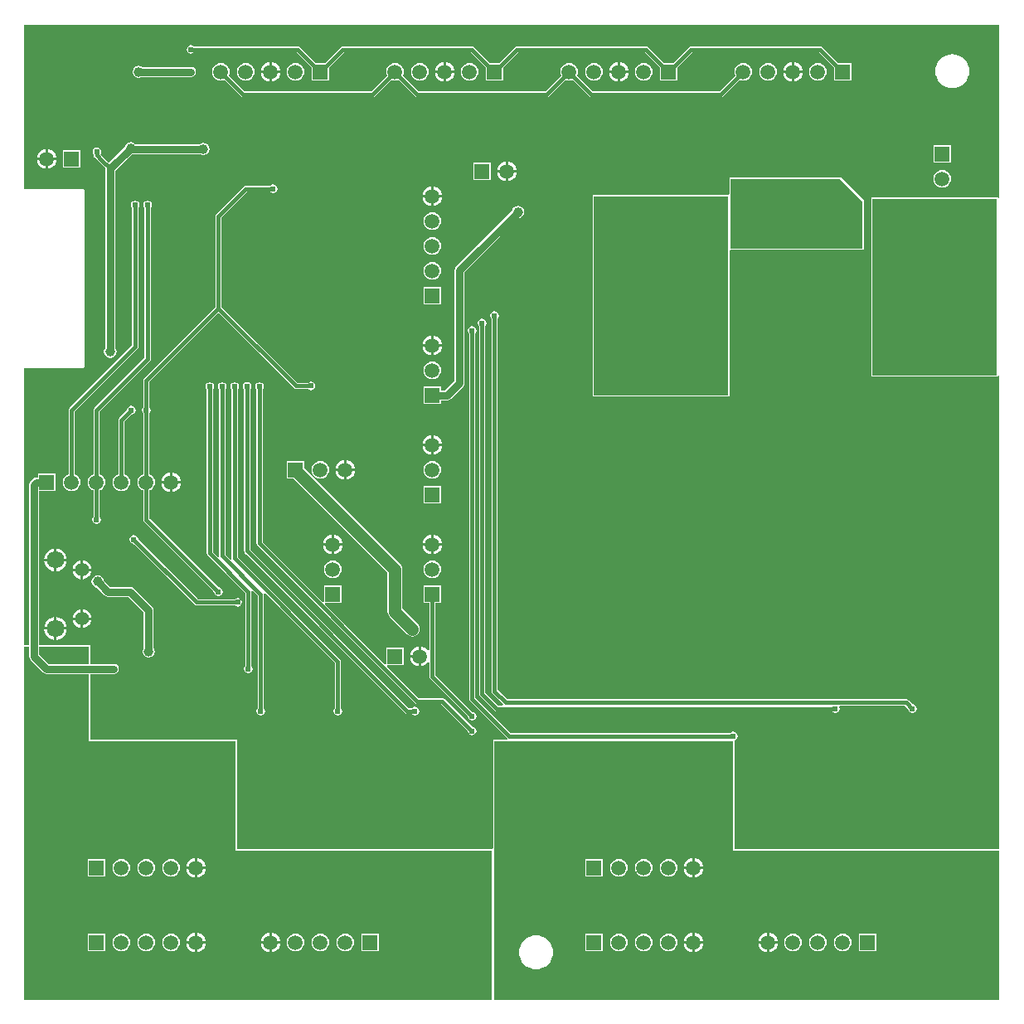
<source format=gbl>
G04*
G04 #@! TF.GenerationSoftware,Altium Limited,Altium Designer,18.0.7 (293)*
G04*
G04 Layer_Physical_Order=2*
G04 Layer_Color=16711680*
%FSLAX23Y23*%
%MOIN*%
G70*
G01*
G75*
%ADD84C,0.015*%
%ADD85C,0.050*%
%ADD86C,0.030*%
%ADD90C,0.071*%
%ADD91C,0.055*%
%ADD92R,0.059X0.059*%
%ADD93C,0.059*%
%ADD94C,0.138*%
%ADD95R,0.059X0.059*%
%ADD96C,0.024*%
%ADD97C,0.039*%
G36*
X3930Y-708D02*
X3925Y-709D01*
X3924Y-706D01*
X3920Y-705D01*
X3420D01*
X3416Y-706D01*
X3415Y-710D01*
Y-1420D01*
X3416Y-1424D01*
X3420Y-1425D01*
X3920D01*
X3924Y-1424D01*
X3925Y-1421D01*
X3930Y-1422D01*
Y-3325D01*
X2865D01*
Y-2890D01*
X2865Y-2889D01*
X2867Y-2886D01*
X2872Y-2882D01*
X2876Y-2877D01*
X2877Y-2870D01*
X2876Y-2863D01*
X2872Y-2858D01*
X2867Y-2854D01*
X2860Y-2853D01*
X2853Y-2854D01*
X2849Y-2857D01*
X1965D01*
X1823Y-2715D01*
Y-1251D01*
X1826Y-1247D01*
X1827Y-1240D01*
X1826Y-1233D01*
X1822Y-1228D01*
X1817Y-1224D01*
X1810Y-1223D01*
X1803Y-1224D01*
X1798Y-1228D01*
X1794Y-1233D01*
X1793Y-1240D01*
X1794Y-1247D01*
X1797Y-1251D01*
Y-2720D01*
X1798Y-2725D01*
X1801Y-2729D01*
X1951Y-2879D01*
X1952Y-2880D01*
X1950Y-2885D01*
X1900D01*
X1896Y-2886D01*
X1895Y-2890D01*
Y-3321D01*
X1890Y-3325D01*
X865D01*
Y-2890D01*
X864Y-2886D01*
X860Y-2885D01*
X275D01*
Y-2620D01*
X370D01*
X378Y-2619D01*
X384Y-2614D01*
X389Y-2608D01*
X390Y-2600D01*
X389Y-2592D01*
X384Y-2586D01*
X378Y-2581D01*
X370Y-2580D01*
X275D01*
Y-2510D01*
X274Y-2506D01*
X270Y-2505D01*
X70D01*
Y-1885D01*
X135D01*
Y-1815D01*
X65D01*
Y-1830D01*
X60D01*
X52Y-1831D01*
X46Y-1836D01*
X36Y-1846D01*
X31Y-1852D01*
X30Y-1860D01*
Y-2505D01*
X10D01*
Y-1392D01*
X11Y-1392D01*
X246D01*
X249Y-1390D01*
X251Y-1386D01*
Y-676D01*
X249Y-672D01*
X246Y-671D01*
X11D01*
X10Y-670D01*
Y-10D01*
X3930D01*
Y-708D01*
D02*
G37*
G36*
X3920Y-1420D02*
X3420D01*
Y-710D01*
X3920D01*
Y-1420D01*
D02*
G37*
G36*
X270Y-2580D02*
X108D01*
X70Y-2542D01*
Y-2510D01*
X270D01*
Y-2580D01*
D02*
G37*
G36*
X2860Y-3330D02*
X3930D01*
Y-3930D01*
X1900D01*
Y-2890D01*
X2860D01*
Y-3330D01*
D02*
G37*
G36*
X30Y-2550D02*
X31Y-2558D01*
X36Y-2564D01*
X86Y-2614D01*
X92Y-2619D01*
X100Y-2620D01*
X270D01*
Y-2890D01*
X860D01*
Y-3330D01*
X1890D01*
Y-3930D01*
X10D01*
Y-2510D01*
X30D01*
Y-2550D01*
D02*
G37*
%LPC*%
G36*
X2405Y-161D02*
Y-195D01*
X2439D01*
X2439Y-190D01*
X2435Y-180D01*
X2428Y-172D01*
X2420Y-165D01*
X2410Y-161D01*
X2405Y-161D01*
D02*
G37*
G36*
X3105D02*
Y-195D01*
X3139D01*
X3139Y-190D01*
X3135Y-180D01*
X3128Y-172D01*
X3120Y-165D01*
X3110Y-161D01*
X3105Y-161D01*
D02*
G37*
G36*
X1005D02*
Y-195D01*
X1039D01*
X1039Y-190D01*
X1035Y-180D01*
X1028Y-172D01*
X1020Y-165D01*
X1010Y-161D01*
X1005Y-161D01*
D02*
G37*
G36*
X1705D02*
Y-195D01*
X1739D01*
X1739Y-190D01*
X1735Y-180D01*
X1728Y-172D01*
X1720Y-165D01*
X1710Y-161D01*
X1705Y-161D01*
D02*
G37*
G36*
X2395D02*
X2390Y-161D01*
X2380Y-165D01*
X2372Y-172D01*
X2365Y-180D01*
X2361Y-190D01*
X2361Y-195D01*
X2395D01*
Y-161D01*
D02*
G37*
G36*
X3095D02*
X3090Y-161D01*
X3080Y-165D01*
X3072Y-172D01*
X3065Y-180D01*
X3061Y-190D01*
X3061Y-195D01*
X3095D01*
Y-161D01*
D02*
G37*
G36*
X995D02*
X990Y-161D01*
X980Y-165D01*
X972Y-172D01*
X965Y-180D01*
X961Y-190D01*
X961Y-195D01*
X995D01*
Y-161D01*
D02*
G37*
G36*
X1695D02*
X1690Y-161D01*
X1680Y-165D01*
X1672Y-172D01*
X1665Y-180D01*
X1661Y-190D01*
X1661Y-195D01*
X1695D01*
Y-161D01*
D02*
G37*
G36*
X470Y-175D02*
X460Y-177D01*
X452Y-182D01*
X447Y-190D01*
X445Y-200D01*
X447Y-210D01*
X452Y-218D01*
X460Y-223D01*
X470Y-225D01*
X480Y-223D01*
X484Y-220D01*
X680D01*
X688Y-219D01*
X694Y-214D01*
X699Y-208D01*
X700Y-200D01*
X699Y-192D01*
X694Y-186D01*
X688Y-181D01*
X680Y-180D01*
X484D01*
X480Y-177D01*
X470Y-175D01*
D02*
G37*
G36*
X680Y-93D02*
X673Y-95D01*
X667Y-98D01*
X664Y-104D01*
X662Y-110D01*
X664Y-117D01*
X667Y-123D01*
X673Y-126D01*
X680Y-128D01*
X686Y-126D01*
X691Y-123D01*
X720D01*
X720Y-123D01*
X1105D01*
X1165Y-183D01*
Y-235D01*
X1235D01*
Y-183D01*
X1295Y-123D01*
X1805D01*
X1865Y-183D01*
Y-235D01*
X1935D01*
Y-183D01*
X1995Y-123D01*
X2505D01*
X2565Y-183D01*
Y-235D01*
X2635D01*
Y-183D01*
X2695Y-123D01*
X3205D01*
X3265Y-183D01*
Y-235D01*
X3335D01*
Y-165D01*
X3283D01*
X3219Y-101D01*
X3215Y-98D01*
X3210Y-97D01*
X2690D01*
X2685Y-98D01*
X2681Y-101D01*
X2617Y-165D01*
X2583D01*
X2519Y-101D01*
X2515Y-98D01*
X2510Y-97D01*
X1990D01*
X1985Y-98D01*
X1981Y-101D01*
X1917Y-165D01*
X1883D01*
X1819Y-101D01*
X1815Y-99D01*
X1810Y-98D01*
X1290D01*
X1285Y-99D01*
X1281Y-101D01*
X1281Y-101D01*
X1217Y-165D01*
X1183D01*
X1119Y-101D01*
X1115Y-99D01*
X1110Y-98D01*
X720D01*
X720Y-98D01*
X691D01*
X686Y-95D01*
X680Y-93D01*
D02*
G37*
G36*
X3200Y-165D02*
X3191Y-166D01*
X3183Y-170D01*
X3175Y-175D01*
X3170Y-183D01*
X3166Y-191D01*
X3165Y-200D01*
X3166Y-209D01*
X3170Y-217D01*
X3175Y-225D01*
X3183Y-230D01*
X3191Y-234D01*
X3200Y-235D01*
X3209Y-234D01*
X3217Y-230D01*
X3225Y-225D01*
X3230Y-217D01*
X3234Y-209D01*
X3235Y-200D01*
X3234Y-191D01*
X3230Y-183D01*
X3225Y-175D01*
X3217Y-170D01*
X3209Y-166D01*
X3200Y-165D01*
D02*
G37*
G36*
X3000D02*
X2991Y-166D01*
X2983Y-170D01*
X2975Y-175D01*
X2970Y-183D01*
X2966Y-191D01*
X2965Y-200D01*
X2966Y-209D01*
X2970Y-217D01*
X2975Y-225D01*
X2983Y-230D01*
X2991Y-234D01*
X3000Y-235D01*
X3009Y-234D01*
X3017Y-230D01*
X3025Y-225D01*
X3030Y-217D01*
X3034Y-209D01*
X3035Y-200D01*
X3034Y-191D01*
X3030Y-183D01*
X3025Y-175D01*
X3017Y-170D01*
X3009Y-166D01*
X3000Y-165D01*
D02*
G37*
G36*
X2500D02*
X2491Y-166D01*
X2483Y-170D01*
X2475Y-175D01*
X2470Y-183D01*
X2466Y-191D01*
X2465Y-200D01*
X2466Y-209D01*
X2470Y-217D01*
X2475Y-225D01*
X2483Y-230D01*
X2491Y-234D01*
X2500Y-235D01*
X2509Y-234D01*
X2517Y-230D01*
X2525Y-225D01*
X2530Y-217D01*
X2534Y-209D01*
X2535Y-200D01*
X2534Y-191D01*
X2530Y-183D01*
X2525Y-175D01*
X2517Y-170D01*
X2509Y-166D01*
X2500Y-165D01*
D02*
G37*
G36*
X2300D02*
X2291Y-166D01*
X2283Y-170D01*
X2275Y-175D01*
X2270Y-183D01*
X2266Y-191D01*
X2265Y-200D01*
X2266Y-209D01*
X2270Y-217D01*
X2275Y-225D01*
X2283Y-230D01*
X2291Y-234D01*
X2300Y-235D01*
X2309Y-234D01*
X2317Y-230D01*
X2325Y-225D01*
X2330Y-217D01*
X2334Y-209D01*
X2335Y-200D01*
X2334Y-191D01*
X2330Y-183D01*
X2325Y-175D01*
X2317Y-170D01*
X2309Y-166D01*
X2300Y-165D01*
D02*
G37*
G36*
X1800D02*
X1791Y-166D01*
X1783Y-170D01*
X1775Y-175D01*
X1770Y-183D01*
X1766Y-191D01*
X1765Y-200D01*
X1766Y-209D01*
X1770Y-217D01*
X1775Y-225D01*
X1783Y-230D01*
X1791Y-234D01*
X1800Y-235D01*
X1809Y-234D01*
X1817Y-230D01*
X1825Y-225D01*
X1830Y-217D01*
X1834Y-209D01*
X1835Y-200D01*
X1834Y-191D01*
X1830Y-183D01*
X1825Y-175D01*
X1817Y-170D01*
X1809Y-166D01*
X1800Y-165D01*
D02*
G37*
G36*
X1600D02*
X1591Y-166D01*
X1583Y-170D01*
X1575Y-175D01*
X1570Y-183D01*
X1566Y-191D01*
X1565Y-200D01*
X1566Y-209D01*
X1570Y-217D01*
X1575Y-225D01*
X1583Y-230D01*
X1591Y-234D01*
X1600Y-235D01*
X1609Y-234D01*
X1617Y-230D01*
X1625Y-225D01*
X1630Y-217D01*
X1634Y-209D01*
X1635Y-200D01*
X1634Y-191D01*
X1630Y-183D01*
X1625Y-175D01*
X1617Y-170D01*
X1609Y-166D01*
X1600Y-165D01*
D02*
G37*
G36*
X1100D02*
X1091Y-166D01*
X1083Y-170D01*
X1075Y-175D01*
X1070Y-183D01*
X1066Y-191D01*
X1065Y-200D01*
X1066Y-209D01*
X1070Y-217D01*
X1075Y-225D01*
X1083Y-230D01*
X1091Y-234D01*
X1100Y-235D01*
X1109Y-234D01*
X1117Y-230D01*
X1125Y-225D01*
X1130Y-217D01*
X1134Y-209D01*
X1135Y-200D01*
X1134Y-191D01*
X1130Y-183D01*
X1125Y-175D01*
X1117Y-170D01*
X1109Y-166D01*
X1100Y-165D01*
D02*
G37*
G36*
X900D02*
X891Y-166D01*
X883Y-170D01*
X875Y-175D01*
X870Y-183D01*
X866Y-191D01*
X865Y-200D01*
X866Y-209D01*
X870Y-217D01*
X875Y-225D01*
X883Y-230D01*
X891Y-234D01*
X900Y-235D01*
X909Y-234D01*
X917Y-230D01*
X925Y-225D01*
X930Y-217D01*
X934Y-209D01*
X935Y-200D01*
X934Y-191D01*
X930Y-183D01*
X925Y-175D01*
X917Y-170D01*
X909Y-166D01*
X900Y-165D01*
D02*
G37*
G36*
X3139Y-205D02*
X3105D01*
Y-239D01*
X3110Y-239D01*
X3120Y-235D01*
X3128Y-228D01*
X3135Y-220D01*
X3139Y-210D01*
X3139Y-205D01*
D02*
G37*
G36*
X2439D02*
X2405D01*
Y-239D01*
X2410Y-239D01*
X2420Y-235D01*
X2428Y-228D01*
X2435Y-220D01*
X2439Y-210D01*
X2439Y-205D01*
D02*
G37*
G36*
X1739D02*
X1705D01*
Y-239D01*
X1710Y-239D01*
X1720Y-235D01*
X1728Y-228D01*
X1735Y-220D01*
X1739Y-210D01*
X1739Y-205D01*
D02*
G37*
G36*
X1039D02*
X1005D01*
Y-239D01*
X1010Y-239D01*
X1020Y-235D01*
X1028Y-228D01*
X1035Y-220D01*
X1039Y-210D01*
X1039Y-205D01*
D02*
G37*
G36*
X3095D02*
X3061D01*
X3061Y-210D01*
X3065Y-220D01*
X3072Y-228D01*
X3080Y-235D01*
X3090Y-239D01*
X3095Y-239D01*
Y-205D01*
D02*
G37*
G36*
X2395D02*
X2361D01*
X2361Y-210D01*
X2365Y-220D01*
X2372Y-228D01*
X2380Y-235D01*
X2390Y-239D01*
X2395Y-239D01*
Y-205D01*
D02*
G37*
G36*
X1695D02*
X1661D01*
X1661Y-210D01*
X1665Y-220D01*
X1672Y-228D01*
X1680Y-235D01*
X1690Y-239D01*
X1695Y-239D01*
Y-205D01*
D02*
G37*
G36*
X995D02*
X961D01*
X961Y-210D01*
X965Y-220D01*
X972Y-228D01*
X980Y-235D01*
X990Y-239D01*
X995Y-239D01*
Y-205D01*
D02*
G37*
G36*
X3740Y-129D02*
X3727Y-130D01*
X3714Y-134D01*
X3702Y-140D01*
X3692Y-149D01*
X3683Y-159D01*
X3677Y-171D01*
X3673Y-184D01*
X3672Y-197D01*
X3673Y-210D01*
X3677Y-223D01*
X3683Y-235D01*
X3692Y-245D01*
X3702Y-254D01*
X3714Y-260D01*
X3727Y-264D01*
X3740Y-265D01*
X3753Y-264D01*
X3766Y-260D01*
X3778Y-254D01*
X3788Y-245D01*
X3797Y-235D01*
X3803Y-223D01*
X3807Y-210D01*
X3808Y-197D01*
X3807Y-184D01*
X3803Y-171D01*
X3797Y-159D01*
X3788Y-149D01*
X3778Y-140D01*
X3766Y-134D01*
X3753Y-130D01*
X3740Y-129D01*
D02*
G37*
G36*
X2900Y-165D02*
X2891Y-166D01*
X2883Y-170D01*
X2875Y-175D01*
X2870Y-183D01*
X2866Y-191D01*
X2865Y-200D01*
X2866Y-209D01*
X2868Y-214D01*
X2805Y-277D01*
X2295D01*
X2232Y-214D01*
X2234Y-209D01*
X2235Y-200D01*
X2234Y-191D01*
X2230Y-183D01*
X2225Y-175D01*
X2217Y-170D01*
X2209Y-166D01*
X2200Y-165D01*
X2191Y-166D01*
X2183Y-170D01*
X2175Y-175D01*
X2170Y-183D01*
X2166Y-191D01*
X2165Y-200D01*
X2166Y-209D01*
X2168Y-214D01*
X2105Y-277D01*
X1595D01*
X1532Y-214D01*
X1534Y-209D01*
X1535Y-200D01*
X1534Y-191D01*
X1530Y-183D01*
X1525Y-175D01*
X1517Y-170D01*
X1509Y-166D01*
X1500Y-165D01*
X1491Y-166D01*
X1483Y-170D01*
X1475Y-175D01*
X1470Y-183D01*
X1466Y-191D01*
X1465Y-200D01*
X1466Y-209D01*
X1468Y-214D01*
X1405Y-277D01*
X895D01*
X832Y-214D01*
X834Y-209D01*
X835Y-200D01*
X834Y-191D01*
X830Y-183D01*
X825Y-175D01*
X817Y-170D01*
X809Y-166D01*
X800Y-165D01*
X791Y-166D01*
X783Y-170D01*
X775Y-175D01*
X770Y-183D01*
X766Y-191D01*
X765Y-200D01*
X766Y-209D01*
X770Y-217D01*
X775Y-225D01*
X783Y-230D01*
X791Y-234D01*
X800Y-235D01*
X809Y-234D01*
X814Y-232D01*
X881Y-299D01*
X885Y-301D01*
X890Y-302D01*
X1410D01*
X1415Y-301D01*
X1419Y-299D01*
X1486Y-232D01*
X1491Y-234D01*
X1500Y-235D01*
X1509Y-234D01*
X1514Y-232D01*
X1581Y-299D01*
X1585Y-302D01*
X1590Y-303D01*
X2110D01*
X2115Y-302D01*
X2119Y-299D01*
X2186Y-232D01*
X2191Y-234D01*
X2200Y-235D01*
X2209Y-234D01*
X2214Y-232D01*
X2281Y-299D01*
X2285Y-302D01*
X2290Y-303D01*
X2810D01*
X2815Y-302D01*
X2819Y-299D01*
X2886Y-232D01*
X2891Y-234D01*
X2900Y-235D01*
X2909Y-234D01*
X2917Y-230D01*
X2925Y-225D01*
X2930Y-217D01*
X2934Y-209D01*
X2935Y-200D01*
X2934Y-191D01*
X2930Y-183D01*
X2925Y-175D01*
X2917Y-170D01*
X2909Y-166D01*
X2900Y-165D01*
D02*
G37*
G36*
X105Y-511D02*
Y-545D01*
X139D01*
X139Y-540D01*
X135Y-530D01*
X128Y-522D01*
X120Y-515D01*
X110Y-511D01*
X105Y-511D01*
D02*
G37*
G36*
X95D02*
X90Y-511D01*
X80Y-515D01*
X72Y-522D01*
X65Y-530D01*
X61Y-540D01*
X61Y-545D01*
X95D01*
Y-511D01*
D02*
G37*
G36*
X3735Y-495D02*
X3665D01*
Y-565D01*
X3735D01*
Y-495D01*
D02*
G37*
G36*
X437Y-482D02*
X428Y-484D01*
X420Y-490D01*
X414Y-498D01*
X413Y-503D01*
X350Y-566D01*
X315Y-531D01*
X317Y-528D01*
X318Y-521D01*
X317Y-514D01*
X313Y-509D01*
X308Y-505D01*
X301Y-504D01*
X294Y-505D01*
X289Y-509D01*
X285Y-514D01*
X284Y-521D01*
X285Y-528D01*
X288Y-532D01*
Y-535D01*
X289Y-540D01*
X292Y-544D01*
X311Y-563D01*
X336Y-587D01*
X335Y-589D01*
Y-1311D01*
X332Y-1315D01*
X330Y-1324D01*
X332Y-1334D01*
X338Y-1342D01*
X346Y-1348D01*
X356Y-1350D01*
X365Y-1348D01*
X373Y-1342D01*
X379Y-1334D01*
X381Y-1324D01*
X379Y-1315D01*
X376Y-1311D01*
Y-598D01*
X442Y-532D01*
X447Y-531D01*
X447Y-530D01*
X716D01*
X720Y-533D01*
X730Y-535D01*
X740Y-533D01*
X748Y-528D01*
X753Y-520D01*
X755Y-510D01*
X753Y-500D01*
X748Y-492D01*
X740Y-487D01*
X730Y-485D01*
X720Y-487D01*
X716Y-490D01*
X455D01*
X455Y-490D01*
X447Y-484D01*
X437Y-482D01*
D02*
G37*
G36*
X235Y-515D02*
X165D01*
Y-585D01*
X235D01*
Y-515D01*
D02*
G37*
G36*
X139Y-555D02*
X105D01*
Y-589D01*
X110Y-589D01*
X120Y-585D01*
X128Y-578D01*
X135Y-570D01*
X139Y-560D01*
X139Y-555D01*
D02*
G37*
G36*
X95D02*
X61D01*
X61Y-560D01*
X65Y-570D01*
X72Y-578D01*
X80Y-585D01*
X90Y-589D01*
X95Y-589D01*
Y-555D01*
D02*
G37*
G36*
X1955Y-561D02*
Y-595D01*
X1989D01*
X1989Y-590D01*
X1985Y-580D01*
X1978Y-572D01*
X1970Y-565D01*
X1960Y-561D01*
X1955Y-561D01*
D02*
G37*
G36*
X1945D02*
X1940Y-561D01*
X1930Y-565D01*
X1922Y-572D01*
X1915Y-580D01*
X1911Y-590D01*
X1911Y-595D01*
X1945D01*
Y-561D01*
D02*
G37*
G36*
X1885Y-565D02*
X1815D01*
Y-635D01*
X1885D01*
Y-565D01*
D02*
G37*
G36*
X1989Y-605D02*
X1955D01*
Y-639D01*
X1960Y-639D01*
X1970Y-635D01*
X1978Y-628D01*
X1985Y-620D01*
X1989Y-610D01*
X1989Y-605D01*
D02*
G37*
G36*
X1945D02*
X1911D01*
X1911Y-610D01*
X1915Y-620D01*
X1922Y-628D01*
X1930Y-635D01*
X1940Y-639D01*
X1945Y-639D01*
Y-605D01*
D02*
G37*
G36*
X3700Y-595D02*
X3691Y-596D01*
X3683Y-600D01*
X3675Y-605D01*
X3670Y-613D01*
X3666Y-621D01*
X3665Y-630D01*
X3666Y-639D01*
X3670Y-647D01*
X3675Y-655D01*
X3683Y-660D01*
X3691Y-664D01*
X3700Y-665D01*
X3709Y-664D01*
X3717Y-660D01*
X3725Y-655D01*
X3730Y-647D01*
X3734Y-639D01*
X3735Y-630D01*
X3734Y-621D01*
X3730Y-613D01*
X3725Y-605D01*
X3717Y-600D01*
X3709Y-596D01*
X3700Y-595D01*
D02*
G37*
G36*
X1010Y-653D02*
X1003Y-654D01*
X999Y-657D01*
X900D01*
X895Y-658D01*
X891Y-661D01*
X781Y-771D01*
X778Y-775D01*
X777Y-780D01*
Y-1145D01*
X491Y-1431D01*
X488Y-1435D01*
X487Y-1440D01*
Y-1549D01*
X484Y-1553D01*
X483Y-1560D01*
X484Y-1567D01*
X487Y-1571D01*
Y-1818D01*
X483Y-1820D01*
X475Y-1825D01*
X470Y-1833D01*
X466Y-1841D01*
X465Y-1850D01*
X466Y-1859D01*
X470Y-1867D01*
X475Y-1875D01*
X483Y-1880D01*
X487Y-1882D01*
Y-2000D01*
X488Y-2005D01*
X491Y-2009D01*
X773Y-2291D01*
X774Y-2297D01*
X778Y-2302D01*
X783Y-2306D01*
X790Y-2307D01*
X797Y-2306D01*
X802Y-2302D01*
X806Y-2297D01*
X807Y-2290D01*
X806Y-2283D01*
X802Y-2278D01*
X797Y-2274D01*
X791Y-2273D01*
X513Y-1995D01*
Y-1882D01*
X517Y-1880D01*
X525Y-1875D01*
X530Y-1867D01*
X534Y-1859D01*
X535Y-1850D01*
X534Y-1841D01*
X530Y-1833D01*
X525Y-1825D01*
X517Y-1820D01*
X513Y-1818D01*
Y-1571D01*
X516Y-1567D01*
X517Y-1560D01*
X516Y-1553D01*
X513Y-1549D01*
Y-1445D01*
X790Y-1168D01*
X1094Y-1472D01*
X1098Y-1474D01*
X1103Y-1475D01*
X1151D01*
X1156Y-1478D01*
X1163Y-1480D01*
X1169Y-1478D01*
X1175Y-1475D01*
X1178Y-1469D01*
X1180Y-1463D01*
X1178Y-1456D01*
X1175Y-1450D01*
X1169Y-1447D01*
X1163Y-1445D01*
X1156Y-1447D01*
X1151Y-1450D01*
X1108D01*
X803Y-1145D01*
Y-785D01*
X905Y-683D01*
X999D01*
X1003Y-686D01*
X1010Y-687D01*
X1017Y-686D01*
X1022Y-682D01*
X1026Y-677D01*
X1027Y-670D01*
X1026Y-663D01*
X1022Y-658D01*
X1017Y-654D01*
X1010Y-653D01*
D02*
G37*
G36*
X1655Y-661D02*
Y-695D01*
X1689D01*
X1689Y-690D01*
X1685Y-680D01*
X1678Y-672D01*
X1670Y-665D01*
X1660Y-661D01*
X1655Y-661D01*
D02*
G37*
G36*
X1645Y-661D02*
X1640Y-661D01*
X1630Y-665D01*
X1622Y-672D01*
X1615Y-680D01*
X1611Y-690D01*
X1611Y-695D01*
X1645D01*
Y-661D01*
D02*
G37*
G36*
X1689Y-705D02*
X1655D01*
Y-739D01*
X1660Y-739D01*
X1670Y-735D01*
X1678Y-728D01*
X1685Y-720D01*
X1689Y-710D01*
X1689Y-705D01*
D02*
G37*
G36*
X1645D02*
X1611D01*
X1611Y-710D01*
X1615Y-720D01*
X1622Y-728D01*
X1630Y-735D01*
X1640Y-739D01*
X1645Y-739D01*
Y-705D01*
D02*
G37*
G36*
X1650Y-765D02*
X1641Y-766D01*
X1633Y-770D01*
X1625Y-775D01*
X1620Y-783D01*
X1616Y-791D01*
X1615Y-800D01*
X1616Y-809D01*
X1620Y-817D01*
X1625Y-825D01*
X1633Y-830D01*
X1641Y-834D01*
X1650Y-835D01*
X1659Y-834D01*
X1667Y-830D01*
X1675Y-825D01*
X1680Y-817D01*
X1684Y-809D01*
X1685Y-800D01*
X1684Y-791D01*
X1680Y-783D01*
X1675Y-775D01*
X1667Y-770D01*
X1659Y-766D01*
X1650Y-765D01*
D02*
G37*
G36*
Y-865D02*
X1641Y-866D01*
X1633Y-870D01*
X1625Y-875D01*
X1620Y-883D01*
X1616Y-891D01*
X1615Y-900D01*
X1616Y-909D01*
X1620Y-917D01*
X1625Y-925D01*
X1633Y-930D01*
X1641Y-934D01*
X1650Y-935D01*
X1659Y-934D01*
X1667Y-930D01*
X1675Y-925D01*
X1680Y-917D01*
X1684Y-909D01*
X1685Y-900D01*
X1684Y-891D01*
X1680Y-883D01*
X1675Y-875D01*
X1667Y-870D01*
X1659Y-866D01*
X1650Y-865D01*
D02*
G37*
G36*
Y-965D02*
X1641Y-966D01*
X1633Y-970D01*
X1625Y-975D01*
X1620Y-983D01*
X1616Y-991D01*
X1615Y-1000D01*
X1616Y-1009D01*
X1620Y-1017D01*
X1625Y-1025D01*
X1633Y-1030D01*
X1641Y-1034D01*
X1650Y-1035D01*
X1659Y-1034D01*
X1667Y-1030D01*
X1675Y-1025D01*
X1680Y-1017D01*
X1684Y-1009D01*
X1685Y-1000D01*
X1684Y-991D01*
X1680Y-983D01*
X1675Y-975D01*
X1667Y-970D01*
X1659Y-966D01*
X1650Y-965D01*
D02*
G37*
G36*
X1685Y-1065D02*
X1615D01*
Y-1135D01*
X1685D01*
Y-1065D01*
D02*
G37*
G36*
X1655Y-1261D02*
Y-1295D01*
X1689D01*
X1689Y-1290D01*
X1685Y-1280D01*
X1678Y-1272D01*
X1670Y-1265D01*
X1660Y-1261D01*
X1655Y-1261D01*
D02*
G37*
G36*
X1645Y-1261D02*
X1640Y-1261D01*
X1630Y-1265D01*
X1622Y-1272D01*
X1615Y-1280D01*
X1611Y-1290D01*
X1611Y-1295D01*
X1645D01*
Y-1261D01*
D02*
G37*
G36*
X1689Y-1305D02*
X1655D01*
Y-1339D01*
X1660Y-1339D01*
X1670Y-1335D01*
X1678Y-1328D01*
X1685Y-1320D01*
X1689Y-1310D01*
X1689Y-1305D01*
D02*
G37*
G36*
X1645D02*
X1611D01*
X1611Y-1310D01*
X1615Y-1320D01*
X1622Y-1328D01*
X1630Y-1335D01*
X1640Y-1339D01*
X1645Y-1339D01*
Y-1305D01*
D02*
G37*
G36*
X1650Y-1365D02*
X1641Y-1366D01*
X1633Y-1370D01*
X1625Y-1375D01*
X1620Y-1383D01*
X1616Y-1391D01*
X1615Y-1400D01*
X1616Y-1409D01*
X1620Y-1417D01*
X1625Y-1425D01*
X1633Y-1430D01*
X1641Y-1434D01*
X1650Y-1435D01*
X1659Y-1434D01*
X1667Y-1430D01*
X1675Y-1425D01*
X1680Y-1417D01*
X1684Y-1409D01*
X1685Y-1400D01*
X1684Y-1391D01*
X1680Y-1383D01*
X1675Y-1375D01*
X1667Y-1370D01*
X1659Y-1366D01*
X1650Y-1365D01*
D02*
G37*
G36*
X1994Y-739D02*
X1984Y-741D01*
X1976Y-746D01*
X1971Y-754D01*
X1970Y-759D01*
X1746Y-983D01*
X1741Y-990D01*
X1740Y-998D01*
Y-1442D01*
X1702Y-1480D01*
X1685D01*
Y-1465D01*
X1615D01*
Y-1535D01*
X1685D01*
Y-1520D01*
X1710D01*
X1718Y-1519D01*
X1724Y-1514D01*
X1774Y-1464D01*
X1779Y-1458D01*
X1780Y-1450D01*
Y-1006D01*
X1998Y-788D01*
X2003Y-787D01*
X2012Y-782D01*
X2017Y-773D01*
X2019Y-764D01*
X2017Y-754D01*
X2012Y-746D01*
X2003Y-741D01*
X1994Y-739D01*
D02*
G37*
G36*
X2850Y-625D02*
X2846Y-626D01*
X2845Y-630D01*
Y-691D01*
X2840Y-695D01*
X2300D01*
X2296Y-696D01*
X2295Y-700D01*
Y-1500D01*
X2296Y-1504D01*
X2300Y-1505D01*
X2840D01*
X2844Y-1504D01*
X2845Y-1500D01*
Y-919D01*
X2850Y-915D01*
X3380D01*
X3384Y-914D01*
X3385Y-910D01*
Y-720D01*
X3384Y-716D01*
X3384Y-716D01*
X3294Y-626D01*
X3290Y-625D01*
X3290Y-625D01*
X2850Y-625D01*
D02*
G37*
G36*
X1655Y-1661D02*
Y-1695D01*
X1689D01*
X1689Y-1690D01*
X1685Y-1680D01*
X1678Y-1672D01*
X1670Y-1665D01*
X1660Y-1661D01*
X1655Y-1661D01*
D02*
G37*
G36*
X1645D02*
X1640Y-1661D01*
X1630Y-1665D01*
X1622Y-1672D01*
X1615Y-1680D01*
X1611Y-1690D01*
X1611Y-1695D01*
X1645D01*
Y-1661D01*
D02*
G37*
G36*
X1689Y-1705D02*
X1655D01*
Y-1739D01*
X1660Y-1739D01*
X1670Y-1735D01*
X1678Y-1728D01*
X1685Y-1720D01*
X1689Y-1710D01*
X1689Y-1705D01*
D02*
G37*
G36*
X1645D02*
X1611D01*
X1611Y-1710D01*
X1615Y-1720D01*
X1622Y-1728D01*
X1630Y-1735D01*
X1640Y-1739D01*
X1645Y-1739D01*
Y-1705D01*
D02*
G37*
G36*
X1305Y-1761D02*
Y-1795D01*
X1339D01*
X1339Y-1790D01*
X1335Y-1780D01*
X1328Y-1772D01*
X1320Y-1765D01*
X1310Y-1761D01*
X1305Y-1761D01*
D02*
G37*
G36*
X1295D02*
X1290Y-1761D01*
X1280Y-1765D01*
X1272Y-1772D01*
X1265Y-1780D01*
X1261Y-1790D01*
X1261Y-1795D01*
X1295D01*
Y-1761D01*
D02*
G37*
G36*
X1650Y-1765D02*
X1641Y-1766D01*
X1633Y-1770D01*
X1625Y-1775D01*
X1620Y-1783D01*
X1616Y-1791D01*
X1615Y-1800D01*
X1616Y-1809D01*
X1620Y-1817D01*
X1625Y-1825D01*
X1633Y-1830D01*
X1641Y-1834D01*
X1650Y-1835D01*
X1659Y-1834D01*
X1667Y-1830D01*
X1675Y-1825D01*
X1680Y-1817D01*
X1684Y-1809D01*
X1685Y-1800D01*
X1684Y-1791D01*
X1680Y-1783D01*
X1675Y-1775D01*
X1667Y-1770D01*
X1659Y-1766D01*
X1650Y-1765D01*
D02*
G37*
G36*
X1200D02*
X1191Y-1766D01*
X1183Y-1770D01*
X1175Y-1775D01*
X1170Y-1783D01*
X1166Y-1791D01*
X1165Y-1800D01*
X1166Y-1809D01*
X1170Y-1817D01*
X1175Y-1825D01*
X1183Y-1830D01*
X1191Y-1834D01*
X1200Y-1835D01*
X1209Y-1834D01*
X1217Y-1830D01*
X1225Y-1825D01*
X1230Y-1817D01*
X1234Y-1809D01*
X1235Y-1800D01*
X1234Y-1791D01*
X1230Y-1783D01*
X1225Y-1775D01*
X1217Y-1770D01*
X1209Y-1766D01*
X1200Y-1765D01*
D02*
G37*
G36*
X1339Y-1805D02*
X1305D01*
Y-1839D01*
X1310Y-1839D01*
X1320Y-1835D01*
X1328Y-1828D01*
X1335Y-1820D01*
X1339Y-1810D01*
X1339Y-1805D01*
D02*
G37*
G36*
X1295D02*
X1261D01*
X1261Y-1810D01*
X1265Y-1820D01*
X1272Y-1828D01*
X1280Y-1835D01*
X1290Y-1839D01*
X1295Y-1839D01*
Y-1805D01*
D02*
G37*
G36*
X605Y-1811D02*
Y-1845D01*
X639D01*
X639Y-1840D01*
X635Y-1830D01*
X628Y-1822D01*
X620Y-1815D01*
X610Y-1811D01*
X605Y-1811D01*
D02*
G37*
G36*
X595D02*
X590Y-1811D01*
X580Y-1815D01*
X572Y-1822D01*
X565Y-1830D01*
X561Y-1840D01*
X561Y-1845D01*
X595D01*
Y-1811D01*
D02*
G37*
G36*
X440Y-1543D02*
X433Y-1544D01*
X428Y-1548D01*
X424Y-1553D01*
X423Y-1559D01*
X391Y-1591D01*
X388Y-1595D01*
X387Y-1600D01*
Y-1818D01*
X383Y-1820D01*
X375Y-1825D01*
X370Y-1833D01*
X366Y-1841D01*
X365Y-1850D01*
X366Y-1859D01*
X370Y-1867D01*
X375Y-1875D01*
X383Y-1880D01*
X391Y-1884D01*
X400Y-1885D01*
X409Y-1884D01*
X417Y-1880D01*
X425Y-1875D01*
X430Y-1867D01*
X434Y-1859D01*
X435Y-1850D01*
X434Y-1841D01*
X430Y-1833D01*
X425Y-1825D01*
X417Y-1820D01*
X413Y-1818D01*
Y-1605D01*
X441Y-1577D01*
X447Y-1576D01*
X452Y-1572D01*
X456Y-1567D01*
X457Y-1560D01*
X456Y-1553D01*
X452Y-1548D01*
X447Y-1544D01*
X440Y-1543D01*
D02*
G37*
G36*
X456Y-718D02*
X449Y-720D01*
X443Y-723D01*
X440Y-729D01*
X438Y-736D01*
X440Y-742D01*
X443Y-747D01*
Y-1299D01*
X191Y-1551D01*
X188Y-1555D01*
X187Y-1560D01*
Y-1818D01*
X183Y-1820D01*
X175Y-1825D01*
X170Y-1833D01*
X166Y-1841D01*
X165Y-1850D01*
X166Y-1859D01*
X170Y-1867D01*
X175Y-1875D01*
X183Y-1880D01*
X191Y-1884D01*
X200Y-1885D01*
X209Y-1884D01*
X217Y-1880D01*
X225Y-1875D01*
X230Y-1867D01*
X234Y-1859D01*
X235Y-1850D01*
X234Y-1841D01*
X230Y-1833D01*
X225Y-1825D01*
X217Y-1820D01*
X213Y-1818D01*
Y-1565D01*
X465Y-1314D01*
X467Y-1309D01*
X468Y-1304D01*
Y-747D01*
X471Y-742D01*
X473Y-736D01*
X471Y-729D01*
X468Y-723D01*
X462Y-720D01*
X456Y-718D01*
D02*
G37*
G36*
X639Y-1855D02*
X605D01*
Y-1889D01*
X610Y-1889D01*
X620Y-1885D01*
X628Y-1878D01*
X635Y-1870D01*
X639Y-1860D01*
X639Y-1855D01*
D02*
G37*
G36*
X595D02*
X561D01*
X561Y-1860D01*
X565Y-1870D01*
X572Y-1878D01*
X580Y-1885D01*
X590Y-1889D01*
X595Y-1889D01*
Y-1855D01*
D02*
G37*
G36*
X1685Y-1865D02*
X1615D01*
Y-1935D01*
X1685D01*
Y-1865D01*
D02*
G37*
G36*
X506Y-718D02*
X499Y-720D01*
X493Y-723D01*
X490Y-729D01*
X488Y-736D01*
X490Y-742D01*
X493Y-747D01*
Y-1349D01*
X291Y-1551D01*
X288Y-1555D01*
X287Y-1560D01*
Y-1818D01*
X283Y-1820D01*
X275Y-1825D01*
X270Y-1833D01*
X266Y-1841D01*
X265Y-1850D01*
X266Y-1859D01*
X270Y-1867D01*
X275Y-1875D01*
X283Y-1880D01*
X287Y-1882D01*
Y-1989D01*
X284Y-1993D01*
X283Y-2000D01*
X284Y-2007D01*
X288Y-2012D01*
X293Y-2016D01*
X300Y-2017D01*
X307Y-2016D01*
X312Y-2012D01*
X316Y-2007D01*
X317Y-2000D01*
X316Y-1993D01*
X313Y-1989D01*
Y-1882D01*
X317Y-1880D01*
X325Y-1875D01*
X330Y-1867D01*
X334Y-1859D01*
X335Y-1850D01*
X334Y-1841D01*
X330Y-1833D01*
X325Y-1825D01*
X317Y-1820D01*
X313Y-1818D01*
Y-1565D01*
X515Y-1363D01*
X517Y-1359D01*
X518Y-1354D01*
Y-747D01*
X521Y-742D01*
X523Y-736D01*
X521Y-729D01*
X518Y-723D01*
X512Y-720D01*
X506Y-718D01*
D02*
G37*
G36*
X1655Y-2061D02*
Y-2095D01*
X1689D01*
X1689Y-2090D01*
X1685Y-2080D01*
X1678Y-2072D01*
X1670Y-2065D01*
X1660Y-2061D01*
X1655Y-2061D01*
D02*
G37*
G36*
X1255D02*
Y-2095D01*
X1289D01*
X1289Y-2090D01*
X1285Y-2080D01*
X1278Y-2072D01*
X1270Y-2065D01*
X1260Y-2061D01*
X1255Y-2061D01*
D02*
G37*
G36*
X1645D02*
X1640Y-2061D01*
X1630Y-2065D01*
X1622Y-2072D01*
X1615Y-2080D01*
X1611Y-2090D01*
X1611Y-2095D01*
X1645D01*
Y-2061D01*
D02*
G37*
G36*
X1245D02*
X1240Y-2061D01*
X1230Y-2065D01*
X1222Y-2072D01*
X1215Y-2080D01*
X1211Y-2090D01*
X1211Y-2095D01*
X1245D01*
Y-2061D01*
D02*
G37*
G36*
X1689Y-2105D02*
X1655D01*
Y-2139D01*
X1660Y-2139D01*
X1670Y-2135D01*
X1678Y-2128D01*
X1685Y-2120D01*
X1689Y-2110D01*
X1689Y-2105D01*
D02*
G37*
G36*
X1289D02*
X1255D01*
Y-2139D01*
X1260Y-2139D01*
X1270Y-2135D01*
X1278Y-2128D01*
X1285Y-2120D01*
X1289Y-2110D01*
X1289Y-2105D01*
D02*
G37*
G36*
X1645D02*
X1611D01*
X1611Y-2110D01*
X1615Y-2120D01*
X1622Y-2128D01*
X1630Y-2135D01*
X1640Y-2139D01*
X1645Y-2139D01*
Y-2105D01*
D02*
G37*
G36*
X1245D02*
X1211D01*
X1211Y-2110D01*
X1215Y-2120D01*
X1222Y-2128D01*
X1230Y-2135D01*
X1240Y-2139D01*
X1245Y-2139D01*
Y-2105D01*
D02*
G37*
G36*
X140Y-2118D02*
Y-2158D01*
X180D01*
X179Y-2151D01*
X175Y-2140D01*
X167Y-2130D01*
X158Y-2123D01*
X147Y-2119D01*
X140Y-2118D01*
D02*
G37*
G36*
X130D02*
X123Y-2119D01*
X112Y-2123D01*
X103Y-2130D01*
X95Y-2140D01*
X91Y-2151D01*
X90Y-2158D01*
X130D01*
Y-2118D01*
D02*
G37*
G36*
X856Y-1448D02*
X849Y-1450D01*
X843Y-1453D01*
X840Y-1459D01*
X838Y-1466D01*
X840Y-1472D01*
X843Y-1477D01*
Y-2156D01*
X843Y-2158D01*
X839Y-2161D01*
X818Y-2140D01*
Y-1477D01*
X821Y-1472D01*
X823Y-1466D01*
X821Y-1459D01*
X818Y-1453D01*
X812Y-1450D01*
X806Y-1448D01*
X799Y-1450D01*
X793Y-1453D01*
X790Y-1459D01*
X788Y-1466D01*
X790Y-1472D01*
X793Y-1477D01*
Y-2146D01*
X793Y-2148D01*
X789Y-2151D01*
X768Y-2130D01*
Y-1477D01*
X771Y-1472D01*
X773Y-1466D01*
X771Y-1459D01*
X768Y-1453D01*
X762Y-1450D01*
X756Y-1448D01*
X749Y-1450D01*
X743Y-1453D01*
X740Y-1459D01*
X738Y-1466D01*
X740Y-1472D01*
X743Y-1477D01*
Y-2136D01*
X744Y-2140D01*
X747Y-2145D01*
X897Y-2295D01*
Y-2589D01*
X894Y-2593D01*
X893Y-2600D01*
X894Y-2607D01*
X898Y-2612D01*
X903Y-2616D01*
X910Y-2617D01*
X917Y-2616D01*
X922Y-2612D01*
X926Y-2607D01*
X927Y-2600D01*
X926Y-2593D01*
X923Y-2589D01*
Y-2290D01*
X922Y-2287D01*
X927Y-2285D01*
X947Y-2305D01*
Y-2759D01*
X944Y-2763D01*
X943Y-2770D01*
X944Y-2777D01*
X948Y-2782D01*
X953Y-2786D01*
X960Y-2787D01*
X967Y-2786D01*
X972Y-2782D01*
X976Y-2777D01*
X977Y-2770D01*
X976Y-2763D01*
X973Y-2759D01*
Y-2300D01*
X972Y-2297D01*
X977Y-2295D01*
X1257Y-2575D01*
Y-2759D01*
X1254Y-2763D01*
X1253Y-2770D01*
X1254Y-2777D01*
X1258Y-2782D01*
X1263Y-2786D01*
X1270Y-2787D01*
X1277Y-2786D01*
X1282Y-2782D01*
X1286Y-2777D01*
X1287Y-2770D01*
X1286Y-2763D01*
X1283Y-2759D01*
Y-2570D01*
X1282Y-2565D01*
X1279Y-2561D01*
X868Y-2150D01*
Y-1477D01*
X871Y-1472D01*
X873Y-1466D01*
X871Y-1459D01*
X868Y-1453D01*
X862Y-1450D01*
X856Y-1448D01*
D02*
G37*
G36*
X246Y-2165D02*
Y-2197D01*
X279D01*
X278Y-2192D01*
X274Y-2183D01*
X268Y-2175D01*
X260Y-2169D01*
X251Y-2165D01*
X246Y-2165D01*
D02*
G37*
G36*
X236Y-2165D02*
X231Y-2165D01*
X222Y-2169D01*
X214Y-2175D01*
X208Y-2183D01*
X205Y-2192D01*
X204Y-2197D01*
X236D01*
Y-2165D01*
D02*
G37*
G36*
X180Y-2168D02*
X140D01*
Y-2208D01*
X147Y-2207D01*
X158Y-2203D01*
X167Y-2195D01*
X175Y-2186D01*
X179Y-2175D01*
X180Y-2168D01*
D02*
G37*
G36*
X130D02*
X90D01*
X91Y-2175D01*
X95Y-2186D01*
X103Y-2195D01*
X112Y-2203D01*
X123Y-2207D01*
X130Y-2208D01*
Y-2168D01*
D02*
G37*
G36*
X1650Y-2165D02*
X1641Y-2166D01*
X1633Y-2170D01*
X1625Y-2175D01*
X1620Y-2183D01*
X1616Y-2191D01*
X1615Y-2200D01*
X1616Y-2209D01*
X1620Y-2217D01*
X1625Y-2225D01*
X1633Y-2230D01*
X1641Y-2234D01*
X1650Y-2235D01*
X1659Y-2234D01*
X1667Y-2230D01*
X1675Y-2225D01*
X1680Y-2217D01*
X1684Y-2209D01*
X1685Y-2200D01*
X1684Y-2191D01*
X1680Y-2183D01*
X1675Y-2175D01*
X1667Y-2170D01*
X1659Y-2166D01*
X1650Y-2165D01*
D02*
G37*
G36*
X1250D02*
X1241Y-2166D01*
X1233Y-2170D01*
X1225Y-2175D01*
X1220Y-2183D01*
X1216Y-2191D01*
X1215Y-2200D01*
X1216Y-2209D01*
X1220Y-2217D01*
X1225Y-2225D01*
X1233Y-2230D01*
X1241Y-2234D01*
X1250Y-2235D01*
X1259Y-2234D01*
X1267Y-2230D01*
X1275Y-2225D01*
X1280Y-2217D01*
X1284Y-2209D01*
X1285Y-2200D01*
X1284Y-2191D01*
X1280Y-2183D01*
X1275Y-2175D01*
X1267Y-2170D01*
X1259Y-2166D01*
X1250Y-2165D01*
D02*
G37*
G36*
X236Y-2207D02*
X204D01*
X205Y-2212D01*
X208Y-2221D01*
X214Y-2229D01*
X222Y-2235D01*
X231Y-2239D01*
X236Y-2240D01*
Y-2207D01*
D02*
G37*
G36*
X279D02*
X246D01*
Y-2240D01*
X251Y-2239D01*
X260Y-2235D01*
X268Y-2229D01*
X274Y-2221D01*
X278Y-2212D01*
X279Y-2207D01*
D02*
G37*
G36*
X450Y-2063D02*
X443Y-2064D01*
X438Y-2068D01*
X434Y-2073D01*
X433Y-2080D01*
X434Y-2087D01*
X438Y-2092D01*
X443Y-2096D01*
X449Y-2097D01*
X694Y-2342D01*
X698Y-2344D01*
X703Y-2345D01*
X856D01*
X861Y-2348D01*
X867Y-2350D01*
X874Y-2348D01*
X880Y-2345D01*
X883Y-2339D01*
X885Y-2333D01*
X883Y-2326D01*
X880Y-2320D01*
X874Y-2317D01*
X867Y-2315D01*
X861Y-2317D01*
X856Y-2320D01*
X708D01*
X467Y-2079D01*
X466Y-2073D01*
X462Y-2068D01*
X457Y-2064D01*
X450Y-2063D01*
D02*
G37*
G36*
X246Y-2362D02*
Y-2394D01*
X279D01*
X278Y-2389D01*
X274Y-2380D01*
X268Y-2372D01*
X260Y-2366D01*
X251Y-2362D01*
X246Y-2362D01*
D02*
G37*
G36*
X236Y-2362D02*
X231Y-2362D01*
X222Y-2366D01*
X214Y-2372D01*
X208Y-2380D01*
X205Y-2389D01*
X204Y-2394D01*
X236D01*
Y-2362D01*
D02*
G37*
G36*
X140Y-2393D02*
Y-2433D01*
X180D01*
X179Y-2427D01*
X175Y-2416D01*
X167Y-2406D01*
X158Y-2399D01*
X147Y-2394D01*
X140Y-2393D01*
D02*
G37*
G36*
X130D02*
X123Y-2394D01*
X112Y-2399D01*
X103Y-2406D01*
X95Y-2416D01*
X91Y-2427D01*
X90Y-2433D01*
X130D01*
Y-2393D01*
D02*
G37*
G36*
X236Y-2404D02*
X204D01*
X205Y-2409D01*
X208Y-2418D01*
X214Y-2426D01*
X222Y-2432D01*
X231Y-2436D01*
X236Y-2436D01*
Y-2404D01*
D02*
G37*
G36*
X279D02*
X246D01*
Y-2436D01*
X251Y-2436D01*
X260Y-2432D01*
X268Y-2426D01*
X274Y-2418D01*
X278Y-2409D01*
X279Y-2404D01*
D02*
G37*
G36*
X1135Y-1765D02*
X1065D01*
Y-1835D01*
X1092D01*
X1470Y-2213D01*
Y-2370D01*
X1471Y-2378D01*
X1474Y-2385D01*
X1479Y-2391D01*
X1549Y-2461D01*
X1555Y-2466D01*
X1562Y-2469D01*
X1570Y-2470D01*
X1578Y-2469D01*
X1585Y-2466D01*
X1591Y-2461D01*
X1596Y-2455D01*
X1599Y-2448D01*
X1600Y-2440D01*
X1599Y-2432D01*
X1596Y-2425D01*
X1591Y-2419D01*
X1530Y-2357D01*
Y-2200D01*
X1529Y-2192D01*
X1526Y-2185D01*
X1521Y-2179D01*
X1135Y-1792D01*
Y-1765D01*
D02*
G37*
G36*
X180Y-2443D02*
X140D01*
Y-2484D01*
X147Y-2483D01*
X158Y-2478D01*
X167Y-2471D01*
X175Y-2461D01*
X179Y-2450D01*
X180Y-2443D01*
D02*
G37*
G36*
X130D02*
X90D01*
X91Y-2450D01*
X95Y-2461D01*
X103Y-2471D01*
X112Y-2478D01*
X123Y-2483D01*
X130Y-2484D01*
Y-2443D01*
D02*
G37*
G36*
X1685Y-2265D02*
X1615D01*
Y-2335D01*
X1637D01*
Y-2525D01*
X1632Y-2527D01*
X1628Y-2522D01*
X1620Y-2515D01*
X1610Y-2511D01*
X1605Y-2511D01*
Y-2550D01*
Y-2589D01*
X1610Y-2589D01*
X1620Y-2585D01*
X1628Y-2578D01*
X1632Y-2573D01*
X1637Y-2575D01*
Y-2630D01*
X1638Y-2635D01*
X1641Y-2639D01*
X1793Y-2792D01*
X1794Y-2797D01*
X1798Y-2803D01*
X1803Y-2806D01*
X1810Y-2808D01*
X1817Y-2806D01*
X1822Y-2803D01*
X1826Y-2797D01*
X1827Y-2790D01*
X1826Y-2784D01*
X1822Y-2778D01*
X1817Y-2775D01*
X1811Y-2774D01*
X1663Y-2625D01*
Y-2335D01*
X1685D01*
Y-2265D01*
D02*
G37*
G36*
X1595Y-2511D02*
X1590Y-2511D01*
X1580Y-2515D01*
X1572Y-2522D01*
X1565Y-2530D01*
X1561Y-2540D01*
X1561Y-2545D01*
X1595D01*
Y-2511D01*
D02*
G37*
G36*
X304Y-2224D02*
X295Y-2226D01*
X287Y-2232D01*
X281Y-2240D01*
X279Y-2249D01*
X281Y-2259D01*
X287Y-2267D01*
X295Y-2273D01*
X300Y-2274D01*
X331Y-2304D01*
X331Y-2304D01*
X337Y-2309D01*
X345Y-2310D01*
X345Y-2310D01*
X427D01*
X490Y-2373D01*
Y-2516D01*
X487Y-2520D01*
X485Y-2530D01*
X487Y-2540D01*
X492Y-2548D01*
X500Y-2553D01*
X510Y-2555D01*
X520Y-2553D01*
X528Y-2548D01*
X533Y-2540D01*
X535Y-2530D01*
X533Y-2520D01*
X530Y-2516D01*
Y-2365D01*
X529Y-2357D01*
X524Y-2351D01*
X449Y-2276D01*
X443Y-2271D01*
X435Y-2270D01*
X353D01*
X329Y-2245D01*
X328Y-2240D01*
X322Y-2232D01*
X314Y-2226D01*
X304Y-2224D01*
D02*
G37*
G36*
X1595Y-2555D02*
X1561D01*
X1561Y-2560D01*
X1565Y-2570D01*
X1572Y-2578D01*
X1580Y-2585D01*
X1590Y-2589D01*
X1595Y-2589D01*
Y-2555D01*
D02*
G37*
G36*
X1900Y-1163D02*
X1893Y-1164D01*
X1888Y-1168D01*
X1884Y-1173D01*
X1883Y-1180D01*
X1884Y-1187D01*
X1887Y-1191D01*
Y-2690D01*
X1888Y-2695D01*
X1891Y-2699D01*
X1934Y-2742D01*
X1932Y-2747D01*
X1915D01*
X1863Y-2695D01*
Y-1221D01*
X1866Y-1217D01*
X1867Y-1210D01*
X1866Y-1203D01*
X1862Y-1198D01*
X1857Y-1194D01*
X1850Y-1193D01*
X1843Y-1194D01*
X1838Y-1198D01*
X1834Y-1203D01*
X1833Y-1210D01*
X1834Y-1217D01*
X1837Y-1221D01*
Y-2700D01*
X1838Y-2705D01*
X1841Y-2709D01*
X1901Y-2769D01*
X1905Y-2772D01*
X1910Y-2773D01*
X3259D01*
X3263Y-2776D01*
X3270Y-2777D01*
X3277Y-2776D01*
X3282Y-2772D01*
X3286Y-2767D01*
X3287Y-2760D01*
X3286Y-2753D01*
X3285Y-2753D01*
X3288Y-2748D01*
X3550D01*
X3563Y-2761D01*
X3564Y-2767D01*
X3568Y-2772D01*
X3573Y-2776D01*
X3580Y-2777D01*
X3587Y-2776D01*
X3592Y-2772D01*
X3596Y-2767D01*
X3597Y-2760D01*
X3596Y-2753D01*
X3592Y-2748D01*
X3587Y-2744D01*
X3581Y-2743D01*
X3565Y-2727D01*
X3561Y-2724D01*
X3556Y-2723D01*
X1951D01*
X1913Y-2685D01*
Y-1191D01*
X1916Y-1187D01*
X1917Y-1180D01*
X1916Y-1173D01*
X1912Y-1168D01*
X1907Y-1164D01*
X1900Y-1163D01*
D02*
G37*
G36*
X906Y-1447D02*
X899Y-1449D01*
X893Y-1452D01*
X890Y-1458D01*
X888Y-1464D01*
X890Y-1471D01*
X893Y-1476D01*
Y-2126D01*
X894Y-2130D01*
X896Y-2135D01*
X1541Y-2779D01*
X1545Y-2782D01*
X1550Y-2783D01*
X1569D01*
X1573Y-2786D01*
X1580Y-2787D01*
X1587Y-2786D01*
X1592Y-2782D01*
X1596Y-2777D01*
X1597Y-2770D01*
X1596Y-2763D01*
X1592Y-2758D01*
X1587Y-2754D01*
X1580Y-2753D01*
X1573Y-2754D01*
X1569Y-2757D01*
X1555D01*
X918Y-2120D01*
Y-1476D01*
X921Y-1471D01*
X923Y-1464D01*
X921Y-1458D01*
X918Y-1452D01*
X912Y-1449D01*
X906Y-1447D01*
D02*
G37*
G36*
X956Y-1448D02*
X949Y-1450D01*
X943Y-1453D01*
X940Y-1459D01*
X938Y-1466D01*
X940Y-1472D01*
X943Y-1477D01*
Y-2096D01*
X944Y-2100D01*
X947Y-2105D01*
X1581Y-2739D01*
X1585Y-2742D01*
X1590Y-2743D01*
X1685D01*
X1793Y-2851D01*
X1794Y-2856D01*
X1797Y-2862D01*
X1803Y-2865D01*
X1810Y-2867D01*
X1816Y-2865D01*
X1822Y-2862D01*
X1825Y-2856D01*
X1827Y-2850D01*
X1825Y-2843D01*
X1822Y-2837D01*
X1816Y-2834D01*
X1811Y-2833D01*
X1699Y-2721D01*
X1695Y-2718D01*
X1690Y-2717D01*
X1595D01*
X1468Y-2590D01*
X1470Y-2585D01*
X1535D01*
Y-2515D01*
X1465D01*
Y-2580D01*
X1460Y-2582D01*
X1218Y-2340D01*
X1220Y-2335D01*
X1285D01*
Y-2265D01*
X1215D01*
Y-2330D01*
X1210Y-2332D01*
X968Y-2090D01*
Y-1477D01*
X971Y-1472D01*
X973Y-1466D01*
X971Y-1459D01*
X968Y-1453D01*
X962Y-1450D01*
X956Y-1448D01*
D02*
G37*
%LPD*%
G36*
X3290Y-630D02*
X3380Y-720D01*
Y-910D01*
X2850D01*
Y-630D01*
X3290Y-630D01*
D02*
G37*
G36*
X2840Y-1500D02*
X2300D01*
Y-700D01*
X2840D01*
Y-1500D01*
D02*
G37*
%LPC*%
G36*
X2705Y-3361D02*
Y-3395D01*
X2739D01*
X2739Y-3390D01*
X2735Y-3380D01*
X2728Y-3372D01*
X2720Y-3365D01*
X2710Y-3361D01*
X2705Y-3361D01*
D02*
G37*
G36*
X2695D02*
X2690Y-3361D01*
X2680Y-3365D01*
X2672Y-3372D01*
X2665Y-3380D01*
X2661Y-3390D01*
X2661Y-3395D01*
X2695D01*
Y-3361D01*
D02*
G37*
G36*
X2335Y-3365D02*
X2265D01*
Y-3435D01*
X2335D01*
Y-3365D01*
D02*
G37*
G36*
X2600Y-3365D02*
X2591Y-3366D01*
X2583Y-3370D01*
X2575Y-3375D01*
X2570Y-3383D01*
X2566Y-3391D01*
X2565Y-3400D01*
X2566Y-3409D01*
X2570Y-3417D01*
X2575Y-3425D01*
X2583Y-3430D01*
X2591Y-3434D01*
X2600Y-3435D01*
X2609Y-3434D01*
X2617Y-3430D01*
X2625Y-3425D01*
X2630Y-3417D01*
X2634Y-3409D01*
X2635Y-3400D01*
X2634Y-3391D01*
X2630Y-3383D01*
X2625Y-3375D01*
X2617Y-3370D01*
X2609Y-3366D01*
X2600Y-3365D01*
D02*
G37*
G36*
X2500D02*
X2491Y-3366D01*
X2483Y-3370D01*
X2475Y-3375D01*
X2470Y-3383D01*
X2466Y-3391D01*
X2465Y-3400D01*
X2466Y-3409D01*
X2470Y-3417D01*
X2475Y-3425D01*
X2483Y-3430D01*
X2491Y-3434D01*
X2500Y-3435D01*
X2509Y-3434D01*
X2517Y-3430D01*
X2525Y-3425D01*
X2530Y-3417D01*
X2534Y-3409D01*
X2535Y-3400D01*
X2534Y-3391D01*
X2530Y-3383D01*
X2525Y-3375D01*
X2517Y-3370D01*
X2509Y-3366D01*
X2500Y-3365D01*
D02*
G37*
G36*
X2400D02*
X2391Y-3366D01*
X2383Y-3370D01*
X2375Y-3375D01*
X2370Y-3383D01*
X2366Y-3391D01*
X2365Y-3400D01*
X2366Y-3409D01*
X2370Y-3417D01*
X2375Y-3425D01*
X2383Y-3430D01*
X2391Y-3434D01*
X2400Y-3435D01*
X2409Y-3434D01*
X2417Y-3430D01*
X2425Y-3425D01*
X2430Y-3417D01*
X2434Y-3409D01*
X2435Y-3400D01*
X2434Y-3391D01*
X2430Y-3383D01*
X2425Y-3375D01*
X2417Y-3370D01*
X2409Y-3366D01*
X2400Y-3365D01*
D02*
G37*
G36*
X2739Y-3405D02*
X2705D01*
Y-3439D01*
X2710Y-3439D01*
X2720Y-3435D01*
X2728Y-3428D01*
X2735Y-3420D01*
X2739Y-3410D01*
X2739Y-3405D01*
D02*
G37*
G36*
X2695D02*
X2661D01*
X2661Y-3410D01*
X2665Y-3420D01*
X2672Y-3428D01*
X2680Y-3435D01*
X2690Y-3439D01*
X2695Y-3439D01*
Y-3405D01*
D02*
G37*
G36*
X3005Y-3661D02*
Y-3695D01*
X3039D01*
X3039Y-3690D01*
X3035Y-3680D01*
X3028Y-3672D01*
X3020Y-3665D01*
X3010Y-3661D01*
X3005Y-3661D01*
D02*
G37*
G36*
X2705D02*
Y-3695D01*
X2739D01*
X2739Y-3690D01*
X2735Y-3680D01*
X2728Y-3672D01*
X2720Y-3665D01*
X2710Y-3661D01*
X2705Y-3661D01*
D02*
G37*
G36*
X2695D02*
X2690Y-3661D01*
X2680Y-3665D01*
X2672Y-3672D01*
X2665Y-3680D01*
X2661Y-3690D01*
X2661Y-3695D01*
X2695D01*
Y-3661D01*
D02*
G37*
G36*
X2995D02*
X2990Y-3661D01*
X2980Y-3665D01*
X2972Y-3672D01*
X2965Y-3680D01*
X2961Y-3690D01*
X2961Y-3695D01*
X2995D01*
Y-3661D01*
D02*
G37*
G36*
X3435Y-3665D02*
X3365D01*
Y-3735D01*
X3435D01*
Y-3665D01*
D02*
G37*
G36*
X2335D02*
X2265D01*
Y-3735D01*
X2335D01*
Y-3665D01*
D02*
G37*
G36*
X3300Y-3665D02*
X3291Y-3666D01*
X3283Y-3670D01*
X3275Y-3675D01*
X3270Y-3683D01*
X3266Y-3691D01*
X3265Y-3700D01*
X3266Y-3709D01*
X3270Y-3717D01*
X3275Y-3725D01*
X3283Y-3730D01*
X3291Y-3734D01*
X3300Y-3735D01*
X3309Y-3734D01*
X3317Y-3730D01*
X3325Y-3725D01*
X3330Y-3717D01*
X3334Y-3709D01*
X3335Y-3700D01*
X3334Y-3691D01*
X3330Y-3683D01*
X3325Y-3675D01*
X3317Y-3670D01*
X3309Y-3666D01*
X3300Y-3665D01*
D02*
G37*
G36*
X3200D02*
X3191Y-3666D01*
X3183Y-3670D01*
X3175Y-3675D01*
X3170Y-3683D01*
X3166Y-3691D01*
X3165Y-3700D01*
X3166Y-3709D01*
X3170Y-3717D01*
X3175Y-3725D01*
X3183Y-3730D01*
X3191Y-3734D01*
X3200Y-3735D01*
X3209Y-3734D01*
X3217Y-3730D01*
X3225Y-3725D01*
X3230Y-3717D01*
X3234Y-3709D01*
X3235Y-3700D01*
X3234Y-3691D01*
X3230Y-3683D01*
X3225Y-3675D01*
X3217Y-3670D01*
X3209Y-3666D01*
X3200Y-3665D01*
D02*
G37*
G36*
X3100D02*
X3091Y-3666D01*
X3083Y-3670D01*
X3075Y-3675D01*
X3070Y-3683D01*
X3066Y-3691D01*
X3065Y-3700D01*
X3066Y-3709D01*
X3070Y-3717D01*
X3075Y-3725D01*
X3083Y-3730D01*
X3091Y-3734D01*
X3100Y-3735D01*
X3109Y-3734D01*
X3117Y-3730D01*
X3125Y-3725D01*
X3130Y-3717D01*
X3134Y-3709D01*
X3135Y-3700D01*
X3134Y-3691D01*
X3130Y-3683D01*
X3125Y-3675D01*
X3117Y-3670D01*
X3109Y-3666D01*
X3100Y-3665D01*
D02*
G37*
G36*
X2600D02*
X2591Y-3666D01*
X2583Y-3670D01*
X2575Y-3675D01*
X2570Y-3683D01*
X2566Y-3691D01*
X2565Y-3700D01*
X2566Y-3709D01*
X2570Y-3717D01*
X2575Y-3725D01*
X2583Y-3730D01*
X2591Y-3734D01*
X2600Y-3735D01*
X2609Y-3734D01*
X2617Y-3730D01*
X2625Y-3725D01*
X2630Y-3717D01*
X2634Y-3709D01*
X2635Y-3700D01*
X2634Y-3691D01*
X2630Y-3683D01*
X2625Y-3675D01*
X2617Y-3670D01*
X2609Y-3666D01*
X2600Y-3665D01*
D02*
G37*
G36*
X2500D02*
X2491Y-3666D01*
X2483Y-3670D01*
X2475Y-3675D01*
X2470Y-3683D01*
X2466Y-3691D01*
X2465Y-3700D01*
X2466Y-3709D01*
X2470Y-3717D01*
X2475Y-3725D01*
X2483Y-3730D01*
X2491Y-3734D01*
X2500Y-3735D01*
X2509Y-3734D01*
X2517Y-3730D01*
X2525Y-3725D01*
X2530Y-3717D01*
X2534Y-3709D01*
X2535Y-3700D01*
X2534Y-3691D01*
X2530Y-3683D01*
X2525Y-3675D01*
X2517Y-3670D01*
X2509Y-3666D01*
X2500Y-3665D01*
D02*
G37*
G36*
X2400D02*
X2391Y-3666D01*
X2383Y-3670D01*
X2375Y-3675D01*
X2370Y-3683D01*
X2366Y-3691D01*
X2365Y-3700D01*
X2366Y-3709D01*
X2370Y-3717D01*
X2375Y-3725D01*
X2383Y-3730D01*
X2391Y-3734D01*
X2400Y-3735D01*
X2409Y-3734D01*
X2417Y-3730D01*
X2425Y-3725D01*
X2430Y-3717D01*
X2434Y-3709D01*
X2435Y-3700D01*
X2434Y-3691D01*
X2430Y-3683D01*
X2425Y-3675D01*
X2417Y-3670D01*
X2409Y-3666D01*
X2400Y-3665D01*
D02*
G37*
G36*
X3039Y-3705D02*
X3005D01*
Y-3739D01*
X3010Y-3739D01*
X3020Y-3735D01*
X3028Y-3728D01*
X3035Y-3720D01*
X3039Y-3710D01*
X3039Y-3705D01*
D02*
G37*
G36*
X2739D02*
X2705D01*
Y-3739D01*
X2710Y-3739D01*
X2720Y-3735D01*
X2728Y-3728D01*
X2735Y-3720D01*
X2739Y-3710D01*
X2739Y-3705D01*
D02*
G37*
G36*
X2695D02*
X2661D01*
X2661Y-3710D01*
X2665Y-3720D01*
X2672Y-3728D01*
X2680Y-3735D01*
X2690Y-3739D01*
X2695Y-3739D01*
Y-3705D01*
D02*
G37*
G36*
X2995D02*
X2961D01*
X2961Y-3710D01*
X2965Y-3720D01*
X2972Y-3728D01*
X2980Y-3735D01*
X2990Y-3739D01*
X2995Y-3739D01*
Y-3705D01*
D02*
G37*
G36*
X2067Y-3672D02*
X2054Y-3673D01*
X2041Y-3677D01*
X2029Y-3683D01*
X2019Y-3692D01*
X2010Y-3702D01*
X2004Y-3714D01*
X2000Y-3727D01*
X1999Y-3740D01*
X2000Y-3753D01*
X2004Y-3766D01*
X2010Y-3778D01*
X2019Y-3788D01*
X2029Y-3797D01*
X2041Y-3803D01*
X2054Y-3807D01*
X2067Y-3808D01*
X2080Y-3807D01*
X2093Y-3803D01*
X2105Y-3797D01*
X2115Y-3788D01*
X2124Y-3778D01*
X2130Y-3766D01*
X2134Y-3753D01*
X2135Y-3740D01*
X2134Y-3727D01*
X2130Y-3714D01*
X2124Y-3702D01*
X2115Y-3692D01*
X2105Y-3683D01*
X2093Y-3677D01*
X2080Y-3673D01*
X2067Y-3672D01*
D02*
G37*
G36*
X705Y-3361D02*
Y-3395D01*
X739D01*
X739Y-3390D01*
X735Y-3380D01*
X728Y-3372D01*
X720Y-3365D01*
X710Y-3361D01*
X705Y-3361D01*
D02*
G37*
G36*
X695D02*
X690Y-3361D01*
X680Y-3365D01*
X672Y-3372D01*
X665Y-3380D01*
X661Y-3390D01*
X661Y-3395D01*
X695D01*
Y-3361D01*
D02*
G37*
G36*
X335Y-3365D02*
X265D01*
Y-3435D01*
X335D01*
Y-3365D01*
D02*
G37*
G36*
X600Y-3365D02*
X591Y-3366D01*
X583Y-3370D01*
X575Y-3375D01*
X570Y-3383D01*
X566Y-3391D01*
X565Y-3400D01*
X566Y-3409D01*
X570Y-3417D01*
X575Y-3425D01*
X583Y-3430D01*
X591Y-3434D01*
X600Y-3435D01*
X609Y-3434D01*
X617Y-3430D01*
X625Y-3425D01*
X630Y-3417D01*
X634Y-3409D01*
X635Y-3400D01*
X634Y-3391D01*
X630Y-3383D01*
X625Y-3375D01*
X617Y-3370D01*
X609Y-3366D01*
X600Y-3365D01*
D02*
G37*
G36*
X500D02*
X491Y-3366D01*
X483Y-3370D01*
X475Y-3375D01*
X470Y-3383D01*
X466Y-3391D01*
X465Y-3400D01*
X466Y-3409D01*
X470Y-3417D01*
X475Y-3425D01*
X483Y-3430D01*
X491Y-3434D01*
X500Y-3435D01*
X509Y-3434D01*
X517Y-3430D01*
X525Y-3425D01*
X530Y-3417D01*
X534Y-3409D01*
X535Y-3400D01*
X534Y-3391D01*
X530Y-3383D01*
X525Y-3375D01*
X517Y-3370D01*
X509Y-3366D01*
X500Y-3365D01*
D02*
G37*
G36*
X400D02*
X391Y-3366D01*
X383Y-3370D01*
X375Y-3375D01*
X370Y-3383D01*
X366Y-3391D01*
X365Y-3400D01*
X366Y-3409D01*
X370Y-3417D01*
X375Y-3425D01*
X383Y-3430D01*
X391Y-3434D01*
X400Y-3435D01*
X409Y-3434D01*
X417Y-3430D01*
X425Y-3425D01*
X430Y-3417D01*
X434Y-3409D01*
X435Y-3400D01*
X434Y-3391D01*
X430Y-3383D01*
X425Y-3375D01*
X417Y-3370D01*
X409Y-3366D01*
X400Y-3365D01*
D02*
G37*
G36*
X739Y-3405D02*
X705D01*
Y-3439D01*
X710Y-3439D01*
X720Y-3435D01*
X728Y-3428D01*
X735Y-3420D01*
X739Y-3410D01*
X739Y-3405D01*
D02*
G37*
G36*
X695D02*
X661D01*
X661Y-3410D01*
X665Y-3420D01*
X672Y-3428D01*
X680Y-3435D01*
X690Y-3439D01*
X695Y-3439D01*
Y-3405D01*
D02*
G37*
G36*
X1005Y-3661D02*
Y-3695D01*
X1039D01*
X1039Y-3690D01*
X1035Y-3680D01*
X1028Y-3672D01*
X1020Y-3665D01*
X1010Y-3661D01*
X1005Y-3661D01*
D02*
G37*
G36*
X705D02*
Y-3695D01*
X739D01*
X739Y-3690D01*
X735Y-3680D01*
X728Y-3672D01*
X720Y-3665D01*
X710Y-3661D01*
X705Y-3661D01*
D02*
G37*
G36*
X695D02*
X690Y-3661D01*
X680Y-3665D01*
X672Y-3672D01*
X665Y-3680D01*
X661Y-3690D01*
X661Y-3695D01*
X695D01*
Y-3661D01*
D02*
G37*
G36*
X995D02*
X990Y-3661D01*
X980Y-3665D01*
X972Y-3672D01*
X965Y-3680D01*
X961Y-3690D01*
X961Y-3695D01*
X995D01*
Y-3661D01*
D02*
G37*
G36*
X1435Y-3665D02*
X1365D01*
Y-3735D01*
X1435D01*
Y-3665D01*
D02*
G37*
G36*
X335D02*
X265D01*
Y-3735D01*
X335D01*
Y-3665D01*
D02*
G37*
G36*
X1300Y-3665D02*
X1291Y-3666D01*
X1283Y-3670D01*
X1275Y-3675D01*
X1270Y-3683D01*
X1266Y-3691D01*
X1265Y-3700D01*
X1266Y-3709D01*
X1270Y-3717D01*
X1275Y-3725D01*
X1283Y-3730D01*
X1291Y-3734D01*
X1300Y-3735D01*
X1309Y-3734D01*
X1317Y-3730D01*
X1325Y-3725D01*
X1330Y-3717D01*
X1334Y-3709D01*
X1335Y-3700D01*
X1334Y-3691D01*
X1330Y-3683D01*
X1325Y-3675D01*
X1317Y-3670D01*
X1309Y-3666D01*
X1300Y-3665D01*
D02*
G37*
G36*
X1200D02*
X1191Y-3666D01*
X1183Y-3670D01*
X1175Y-3675D01*
X1170Y-3683D01*
X1166Y-3691D01*
X1165Y-3700D01*
X1166Y-3709D01*
X1170Y-3717D01*
X1175Y-3725D01*
X1183Y-3730D01*
X1191Y-3734D01*
X1200Y-3735D01*
X1209Y-3734D01*
X1217Y-3730D01*
X1225Y-3725D01*
X1230Y-3717D01*
X1234Y-3709D01*
X1235Y-3700D01*
X1234Y-3691D01*
X1230Y-3683D01*
X1225Y-3675D01*
X1217Y-3670D01*
X1209Y-3666D01*
X1200Y-3665D01*
D02*
G37*
G36*
X1100D02*
X1091Y-3666D01*
X1083Y-3670D01*
X1075Y-3675D01*
X1070Y-3683D01*
X1066Y-3691D01*
X1065Y-3700D01*
X1066Y-3709D01*
X1070Y-3717D01*
X1075Y-3725D01*
X1083Y-3730D01*
X1091Y-3734D01*
X1100Y-3735D01*
X1109Y-3734D01*
X1117Y-3730D01*
X1125Y-3725D01*
X1130Y-3717D01*
X1134Y-3709D01*
X1135Y-3700D01*
X1134Y-3691D01*
X1130Y-3683D01*
X1125Y-3675D01*
X1117Y-3670D01*
X1109Y-3666D01*
X1100Y-3665D01*
D02*
G37*
G36*
X600D02*
X591Y-3666D01*
X583Y-3670D01*
X575Y-3675D01*
X570Y-3683D01*
X566Y-3691D01*
X565Y-3700D01*
X566Y-3709D01*
X570Y-3717D01*
X575Y-3725D01*
X583Y-3730D01*
X591Y-3734D01*
X600Y-3735D01*
X609Y-3734D01*
X617Y-3730D01*
X625Y-3725D01*
X630Y-3717D01*
X634Y-3709D01*
X635Y-3700D01*
X634Y-3691D01*
X630Y-3683D01*
X625Y-3675D01*
X617Y-3670D01*
X609Y-3666D01*
X600Y-3665D01*
D02*
G37*
G36*
X500D02*
X491Y-3666D01*
X483Y-3670D01*
X475Y-3675D01*
X470Y-3683D01*
X466Y-3691D01*
X465Y-3700D01*
X466Y-3709D01*
X470Y-3717D01*
X475Y-3725D01*
X483Y-3730D01*
X491Y-3734D01*
X500Y-3735D01*
X509Y-3734D01*
X517Y-3730D01*
X525Y-3725D01*
X530Y-3717D01*
X534Y-3709D01*
X535Y-3700D01*
X534Y-3691D01*
X530Y-3683D01*
X525Y-3675D01*
X517Y-3670D01*
X509Y-3666D01*
X500Y-3665D01*
D02*
G37*
G36*
X400D02*
X391Y-3666D01*
X383Y-3670D01*
X375Y-3675D01*
X370Y-3683D01*
X366Y-3691D01*
X365Y-3700D01*
X366Y-3709D01*
X370Y-3717D01*
X375Y-3725D01*
X383Y-3730D01*
X391Y-3734D01*
X400Y-3735D01*
X409Y-3734D01*
X417Y-3730D01*
X425Y-3725D01*
X430Y-3717D01*
X434Y-3709D01*
X435Y-3700D01*
X434Y-3691D01*
X430Y-3683D01*
X425Y-3675D01*
X417Y-3670D01*
X409Y-3666D01*
X400Y-3665D01*
D02*
G37*
G36*
X1039Y-3705D02*
X1005D01*
Y-3739D01*
X1010Y-3739D01*
X1020Y-3735D01*
X1028Y-3728D01*
X1035Y-3720D01*
X1039Y-3710D01*
X1039Y-3705D01*
D02*
G37*
G36*
X739D02*
X705D01*
Y-3739D01*
X710Y-3739D01*
X720Y-3735D01*
X728Y-3728D01*
X735Y-3720D01*
X739Y-3710D01*
X739Y-3705D01*
D02*
G37*
G36*
X695D02*
X661D01*
X661Y-3710D01*
X665Y-3720D01*
X672Y-3728D01*
X680Y-3735D01*
X690Y-3739D01*
X695Y-3739D01*
Y-3705D01*
D02*
G37*
G36*
X995D02*
X961D01*
X961Y-3710D01*
X965Y-3720D01*
X972Y-3728D01*
X980Y-3735D01*
X990Y-3739D01*
X995Y-3739D01*
Y-3705D01*
D02*
G37*
%LPD*%
D84*
X1910Y-2760D02*
X3270D01*
X1850Y-2700D02*
X1910Y-2760D01*
X1946Y-2736D02*
X3556D01*
X1900Y-2690D02*
X1946Y-2736D01*
X3556D02*
X3580Y-2760D01*
X320Y-554D02*
X356Y-589D01*
X301Y-535D02*
X320Y-554D01*
X301Y-535D02*
Y-521D01*
X1900Y-2690D02*
Y-1180D01*
X1850Y-2700D02*
Y-1210D01*
X1960Y-2870D02*
X2860D01*
X1810Y-2720D02*
X1960Y-2870D01*
X1810Y-2720D02*
Y-1240D01*
X790Y-780D02*
X900Y-670D01*
X1010D01*
X500Y-1850D02*
Y-1440D01*
X790Y-1150D01*
X1103Y-1463D01*
X790Y-1150D02*
Y-780D01*
X1103Y-1463D02*
X1163D01*
X1550Y-2770D02*
X1580D01*
X906Y-2126D02*
X1550Y-2770D01*
X1590Y-2730D02*
X1690D01*
X956Y-2096D02*
X1590Y-2730D01*
X956Y-2096D02*
Y-1466D01*
X906Y-2126D02*
Y-1464D01*
X1690Y-2730D02*
X1810Y-2850D01*
X1270Y-2770D02*
Y-2570D01*
X856Y-2156D02*
X1270Y-2570D01*
X856Y-2156D02*
Y-1466D01*
X960Y-2770D02*
Y-2300D01*
X806Y-2146D02*
X960Y-2300D01*
X806Y-2146D02*
Y-1466D01*
X1650Y-2630D02*
X1810Y-2790D01*
X1650Y-2630D02*
Y-2300D01*
X910Y-2600D02*
Y-2290D01*
X756Y-2136D02*
X910Y-2290D01*
X756Y-2136D02*
Y-1466D01*
X500Y-2000D02*
Y-1850D01*
Y-2000D02*
X790Y-2290D01*
X400Y-1600D02*
X440Y-1560D01*
X400Y-1850D02*
Y-1600D01*
X703Y-2333D02*
X867D01*
X450Y-2080D02*
X703Y-2333D01*
X300Y-2000D02*
Y-1850D01*
Y-1560D01*
X200Y-1850D02*
Y-1560D01*
X506Y-1354D02*
Y-736D01*
X300Y-1560D02*
X506Y-1354D01*
X200Y-1560D02*
X456Y-1304D01*
Y-736D01*
X720Y-110D02*
X720Y-110D01*
X680Y-110D02*
X720D01*
X720Y-110D02*
X1110D01*
X1290Y-110D02*
Y-110D01*
X1200Y-200D02*
X1290Y-110D01*
X1110Y-110D02*
X1200Y-200D01*
X800D02*
X890Y-290D01*
X2810Y-290D02*
X2900Y-200D01*
X2290Y-290D02*
X2810D01*
X2200Y-200D02*
X2290Y-290D01*
X2110D02*
X2200Y-200D01*
X1590Y-290D02*
X2110D01*
X1500Y-200D02*
X1590Y-290D01*
X1410Y-290D02*
X1500Y-200D01*
X890Y-290D02*
X1410D01*
X3210Y-110D02*
X3300Y-200D01*
X2690Y-110D02*
X3210D01*
X2600Y-200D02*
X2690Y-110D01*
X2510D02*
X2600Y-200D01*
X1990Y-110D02*
X2510D01*
X1900Y-200D02*
X1990Y-110D01*
X1810Y-110D02*
X1900Y-200D01*
X1290Y-110D02*
X1810D01*
D85*
X1500Y-2370D02*
Y-2200D01*
X1100Y-1800D02*
X1500Y-2200D01*
Y-2370D02*
X1570Y-2440D01*
D86*
X356Y-1324D02*
Y-589D01*
X437Y-507D01*
X440Y-510D01*
X730D01*
X1650Y-1500D02*
X1710D01*
X1760Y-1450D01*
Y-998D01*
X1994Y-764D01*
X510Y-2530D02*
Y-2365D01*
X435Y-2290D02*
X510Y-2365D01*
X60Y-1850D02*
X100D01*
X50Y-1860D02*
X60Y-1850D01*
X50Y-2550D02*
Y-1860D01*
X100Y-2600D02*
X370D01*
X50Y-2550D02*
X100Y-2600D01*
X345Y-2290D02*
X435D01*
X304Y-2249D02*
X345Y-2290D01*
X470Y-200D02*
X680D01*
D90*
X135Y-2438D02*
D03*
Y-2163D02*
D03*
D91*
X241Y-2399D02*
D03*
Y-2202D02*
D03*
D92*
X200Y-550D02*
D03*
X1850Y-600D02*
D03*
X1100Y-1800D02*
D03*
X100Y-1850D02*
D03*
X1500Y-2550D02*
D03*
X2300Y-3400D02*
D03*
Y-3700D02*
D03*
X3400D02*
D03*
X1400D02*
D03*
X300Y-3400D02*
D03*
Y-3700D02*
D03*
X1200Y-200D02*
D03*
X1900D02*
D03*
X2600D02*
D03*
X3300D02*
D03*
D93*
X100Y-550D02*
D03*
X1950Y-600D02*
D03*
X1300Y-1800D02*
D03*
X1200D02*
D03*
X3700Y-630D02*
D03*
X1250Y-2100D02*
D03*
Y-2200D02*
D03*
X1650Y-2100D02*
D03*
Y-2200D02*
D03*
Y-1700D02*
D03*
Y-1800D02*
D03*
Y-1000D02*
D03*
Y-900D02*
D03*
Y-800D02*
D03*
Y-700D02*
D03*
Y-1400D02*
D03*
Y-1300D02*
D03*
X200Y-1850D02*
D03*
X300D02*
D03*
X400D02*
D03*
X500D02*
D03*
X600D02*
D03*
X1600Y-2550D02*
D03*
X2400Y-3400D02*
D03*
X2500D02*
D03*
X2600D02*
D03*
X2700D02*
D03*
X2400Y-3700D02*
D03*
X2500D02*
D03*
X2600D02*
D03*
X2700D02*
D03*
X3300D02*
D03*
X3200D02*
D03*
X3100D02*
D03*
X3000D02*
D03*
X1300D02*
D03*
X1200D02*
D03*
X1100D02*
D03*
X1000D02*
D03*
X400Y-3400D02*
D03*
X500D02*
D03*
X600D02*
D03*
X700D02*
D03*
X400Y-3700D02*
D03*
X500D02*
D03*
X600D02*
D03*
X700D02*
D03*
X1100Y-200D02*
D03*
X1000D02*
D03*
X900D02*
D03*
X800D02*
D03*
X1800D02*
D03*
X1700D02*
D03*
X1600D02*
D03*
X1500D02*
D03*
X2500D02*
D03*
X2400D02*
D03*
X2300D02*
D03*
X2200D02*
D03*
X3200D02*
D03*
X3100D02*
D03*
X3000D02*
D03*
X2900D02*
D03*
D94*
X3300Y-800D02*
D03*
X3500D02*
D03*
X2950Y-1400D02*
D03*
X2750D02*
D03*
X2950Y-1100D02*
D03*
X2750D02*
D03*
X2950Y-800D02*
D03*
X2750D02*
D03*
D95*
X3700Y-530D02*
D03*
X1250Y-2300D02*
D03*
X1650D02*
D03*
Y-1900D02*
D03*
Y-1100D02*
D03*
Y-1500D02*
D03*
D96*
X100Y-3900D02*
D03*
X3860Y-60D02*
D03*
X3780D02*
D03*
X3880Y-120D02*
D03*
X3800D02*
D03*
X3287Y-354D02*
D03*
X3209Y-2402D02*
D03*
X2146Y-1693D02*
D03*
X3799Y-2008D02*
D03*
X3130Y-512D02*
D03*
X3051Y-3189D02*
D03*
X2539Y-2323D02*
D03*
X3563Y-2008D02*
D03*
X2106Y-197D02*
D03*
X2067Y-433D02*
D03*
X925Y-3189D02*
D03*
X217Y-1457D02*
D03*
X2421Y-669D02*
D03*
X2303Y-1535D02*
D03*
X3642Y-118D02*
D03*
X1713Y-2559D02*
D03*
X1516Y-3268D02*
D03*
X1437Y-591D02*
D03*
X1280Y-3268D02*
D03*
X886D02*
D03*
X1673D02*
D03*
X3642Y-591D02*
D03*
X3563D02*
D03*
X3445Y-2559D02*
D03*
X3642Y-1850D02*
D03*
X295Y-827D02*
D03*
X3445Y-2402D02*
D03*
X3366Y-3189D02*
D03*
X2972Y-1614D02*
D03*
X571Y-748D02*
D03*
X2185Y-354D02*
D03*
X3327Y-433D02*
D03*
X3799Y-1850D02*
D03*
X3524Y-2244D02*
D03*
X1870Y-827D02*
D03*
X1437Y-433D02*
D03*
X3287Y-2559D02*
D03*
X1161Y-669D02*
D03*
X2028Y-1142D02*
D03*
X3445Y-2087D02*
D03*
X768Y-2717D02*
D03*
X3720Y-1693D02*
D03*
X3681Y-2559D02*
D03*
X2579Y-1614D02*
D03*
X2657Y-512D02*
D03*
X1516Y-1535D02*
D03*
X1004Y-1772D02*
D03*
X886Y-3110D02*
D03*
X3681Y-2244D02*
D03*
X3720Y-1535D02*
D03*
X3051Y-1772D02*
D03*
X1358Y-1378D02*
D03*
X807Y-2638D02*
D03*
X3602Y-669D02*
D03*
X1555Y-2087D02*
D03*
X3524Y-2874D02*
D03*
X374Y-354D02*
D03*
X1043Y-2795D02*
D03*
X1752Y-748D02*
D03*
X3760Y-2402D02*
D03*
X2894Y-1929D02*
D03*
X1752Y-3268D02*
D03*
X1161Y-1772D02*
D03*
X1004Y-2087D02*
D03*
X846Y-984D02*
D03*
X3563Y-2480D02*
D03*
X3051Y-2874D02*
D03*
X650Y-2795D02*
D03*
X335Y-2480D02*
D03*
X1476Y-1299D02*
D03*
X3602Y-354D02*
D03*
X2933Y-2008D02*
D03*
X3799Y-2638D02*
D03*
X689Y-2717D02*
D03*
X2972Y-2244D02*
D03*
X1516Y-1693D02*
D03*
X374Y-2559D02*
D03*
X2854Y-2323D02*
D03*
X1555Y-2244D02*
D03*
X1319Y-2402D02*
D03*
X2618Y-1693D02*
D03*
X3602Y-1772D02*
D03*
X1752Y-906D02*
D03*
X3602Y-2244D02*
D03*
X1516Y-2008D02*
D03*
X2657Y-1614D02*
D03*
X3681Y-2087D02*
D03*
X3720Y-433D02*
D03*
X1713Y-3189D02*
D03*
X886Y-2795D02*
D03*
X3445Y-1772D02*
D03*
X1240Y-354D02*
D03*
X1713Y-827D02*
D03*
X2028Y-197D02*
D03*
X217Y-2087D02*
D03*
X3169Y-2638D02*
D03*
X3602Y-2402D02*
D03*
X3406Y-118D02*
D03*
X2933Y-2480D02*
D03*
X1083Y-3189D02*
D03*
X413Y-2795D02*
D03*
X3720Y-2323D02*
D03*
X2815Y-1772D02*
D03*
X2894Y-2402D02*
D03*
X1240Y-1299D02*
D03*
X1083Y-354D02*
D03*
X3366Y-669D02*
D03*
X2421Y-512D02*
D03*
X2343Y-1614D02*
D03*
X2224Y-2323D02*
D03*
X1280Y-591D02*
D03*
X1161Y-1299D02*
D03*
X728Y-2165D02*
D03*
X3484Y-2008D02*
D03*
X1358Y-1535D02*
D03*
X3169Y-1693D02*
D03*
X807Y-276D02*
D03*
X2264Y-827D02*
D03*
X1043Y-1850D02*
D03*
X3366Y-2874D02*
D03*
X1161Y-3189D02*
D03*
X2815Y-512D02*
D03*
X1673Y-2953D02*
D03*
X2106Y-354D02*
D03*
X1240Y-3189D02*
D03*
X1516Y-1850D02*
D03*
X138Y-1614D02*
D03*
X3169Y-2480D02*
D03*
X3209Y-3189D02*
D03*
X3091Y-2323D02*
D03*
X2106Y-1772D02*
D03*
X374Y-2717D02*
D03*
X768Y-354D02*
D03*
X2697Y-1693D02*
D03*
X2657Y-354D02*
D03*
X1437Y-748D02*
D03*
X925Y-1142D02*
D03*
X295Y-2087D02*
D03*
X3839Y-1772D02*
D03*
X3642Y-2480D02*
D03*
X2264Y-1614D02*
D03*
X3642Y-2638D02*
D03*
X1358Y-1063D02*
D03*
X2106Y-512D02*
D03*
X886Y-2638D02*
D03*
X3878Y-591D02*
D03*
X2894Y-3189D02*
D03*
X3839D02*
D03*
X2894Y-512D02*
D03*
X3524Y-1929D02*
D03*
X2264Y-512D02*
D03*
X3839D02*
D03*
X3406Y-2480D02*
D03*
X1280Y-1378D02*
D03*
X1870Y-3189D02*
D03*
X1201Y-1378D02*
D03*
X2697Y-2480D02*
D03*
X3524Y-1772D02*
D03*
X1004Y-2402D02*
D03*
X413Y-2638D02*
D03*
X1555Y-669D02*
D03*
X3642Y-276D02*
D03*
X1122Y-2165D02*
D03*
X2264Y-1772D02*
D03*
X1083Y-2087D02*
D03*
X728Y-748D02*
D03*
X1476Y-1614D02*
D03*
X3406Y-3268D02*
D03*
X3051Y-2402D02*
D03*
X3169Y-276D02*
D03*
X1791Y-3189D02*
D03*
X1516Y-2480D02*
D03*
X98Y-1535D02*
D03*
X3484Y-276D02*
D03*
X1240Y-2717D02*
D03*
X3169Y-2323D02*
D03*
X1555Y-1457D02*
D03*
X2972Y-3189D02*
D03*
X2776Y-1535D02*
D03*
X3760Y-1929D02*
D03*
X2028Y-669D02*
D03*
X1752Y-2323D02*
D03*
X3563Y-2638D02*
D03*
X2933D02*
D03*
X3642Y-2008D02*
D03*
X1358Y-1693D02*
D03*
X1122Y-3268D02*
D03*
X965Y-906D02*
D03*
X492Y-433D02*
D03*
X98Y-118D02*
D03*
X3681Y-2874D02*
D03*
X2854Y-1850D02*
D03*
X3484Y-433D02*
D03*
X3406D02*
D03*
X3445Y-669D02*
D03*
X3760Y-3031D02*
D03*
X3327Y-118D02*
D03*
X3878Y-2008D02*
D03*
X3366Y-197D02*
D03*
Y-1614D02*
D03*
X2067Y-1693D02*
D03*
X1358Y-2165D02*
D03*
X1240Y-1614D02*
D03*
X3878Y-2323D02*
D03*
X3760Y-354D02*
D03*
X1437Y-1850D02*
D03*
X1594Y-1535D02*
D03*
X1555Y-1299D02*
D03*
X1358Y-2953D02*
D03*
X3484Y-1535D02*
D03*
X3878Y-1850D02*
D03*
X3839Y-197D02*
D03*
X3878Y-276D02*
D03*
X2697Y-1850D02*
D03*
X2421Y-1772D02*
D03*
X2067Y-2323D02*
D03*
X1988D02*
D03*
X3563Y-3268D02*
D03*
X2854Y-1693D02*
D03*
X1870Y-3031D02*
D03*
X1594Y-591D02*
D03*
X1634Y-2244D02*
D03*
X1555Y-1614D02*
D03*
X1476Y-1142D02*
D03*
X1043Y-2638D02*
D03*
X295Y-1142D02*
D03*
X3209Y-1614D02*
D03*
X177Y-1535D02*
D03*
X3799Y-3268D02*
D03*
X1516Y-1063D02*
D03*
X3563Y-2165D02*
D03*
X3760Y-512D02*
D03*
X1398Y-1929D02*
D03*
X3760Y-1457D02*
D03*
X925Y-2717D02*
D03*
X492Y-591D02*
D03*
X3484Y-1693D02*
D03*
Y-3268D02*
D03*
X2736Y-1614D02*
D03*
X3799Y-2165D02*
D03*
X3760Y-3189D02*
D03*
X3406Y-1850D02*
D03*
X3327Y-3268D02*
D03*
X2736Y-354D02*
D03*
X1437Y-1535D02*
D03*
X2815Y-669D02*
D03*
X3327Y-1693D02*
D03*
X3130Y-1772D02*
D03*
X2461Y-2323D02*
D03*
X3720Y-2008D02*
D03*
X3248Y-1693D02*
D03*
X728Y-591D02*
D03*
X3130Y-3189D02*
D03*
X413Y-906D02*
D03*
X3563Y-1693D02*
D03*
X3484Y-2323D02*
D03*
X3878Y-2638D02*
D03*
X3799Y-2480D02*
D03*
X2461Y-1535D02*
D03*
X3366Y-2402D02*
D03*
X2382Y-1535D02*
D03*
X3878Y-2165D02*
D03*
X1437Y-3268D02*
D03*
X1004Y-3189D02*
D03*
X2736Y-197D02*
D03*
X3839Y-2717D02*
D03*
X1240Y-1457D02*
D03*
X2461Y-591D02*
D03*
X965Y-1063D02*
D03*
X3484Y-2795D02*
D03*
X1713Y-984D02*
D03*
X1201Y-433D02*
D03*
X3091Y-3268D02*
D03*
X3209Y-512D02*
D03*
X3839Y-1457D02*
D03*
X3720Y-3268D02*
D03*
X3327Y-276D02*
D03*
X3130Y-2559D02*
D03*
X2894Y-2244D02*
D03*
X1949Y-354D02*
D03*
X1004Y-1614D02*
D03*
X3209Y-1772D02*
D03*
X846Y-2559D02*
D03*
X256Y-2008D02*
D03*
X2894Y-1614D02*
D03*
X1476Y-1929D02*
D03*
X1870Y-512D02*
D03*
X3406Y-2165D02*
D03*
X2146Y-433D02*
D03*
X3248Y-1850D02*
D03*
X3799Y-276D02*
D03*
X3642Y-1693D02*
D03*
X1437Y-2480D02*
D03*
X1594Y-1063D02*
D03*
X1201Y-2795D02*
D03*
X689Y-2402D02*
D03*
X3563Y-2323D02*
D03*
X650Y-748D02*
D03*
X2972Y-2559D02*
D03*
X3130Y-2402D02*
D03*
X2815Y-197D02*
D03*
X728Y-1535D02*
D03*
X1201D02*
D03*
X2500Y-512D02*
D03*
X3878Y-2795D02*
D03*
X3681Y-3189D02*
D03*
X3327Y-2638D02*
D03*
X728Y-906D02*
D03*
X2854Y-2638D02*
D03*
X846Y-1299D02*
D03*
X2185Y-1772D02*
D03*
X3799Y-591D02*
D03*
X1752D02*
D03*
X1555Y-1929D02*
D03*
X1083Y-669D02*
D03*
X2854Y-2165D02*
D03*
X3878Y-3110D02*
D03*
X3209Y-354D02*
D03*
X2736Y-512D02*
D03*
X1870Y-354D02*
D03*
X3524Y-2559D02*
D03*
X1319Y-669D02*
D03*
X413Y-1063D02*
D03*
X2736Y-1772D02*
D03*
X3091Y-2480D02*
D03*
X2539Y-433D02*
D03*
X1004Y-2559D02*
D03*
X1398Y-1142D02*
D03*
X98Y-1693D02*
D03*
X3445Y-2244D02*
D03*
X1398Y-1614D02*
D03*
X3248Y-433D02*
D03*
X2224Y-748D02*
D03*
X650Y-2323D02*
D03*
X2776Y-1850D02*
D03*
X2382Y-591D02*
D03*
X3563Y-1850D02*
D03*
X3091D02*
D03*
X1398Y-3189D02*
D03*
X2500Y-669D02*
D03*
X1201Y-1063D02*
D03*
X3524Y-3189D02*
D03*
X3287Y-2402D02*
D03*
X531Y-827D02*
D03*
X3091Y-2638D02*
D03*
X1358Y-2795D02*
D03*
X846Y-2717D02*
D03*
X2933Y-1693D02*
D03*
X2854Y-1535D02*
D03*
X2815Y-1614D02*
D03*
X1555Y-1772D02*
D03*
X3839Y-1614D02*
D03*
Y-2087D02*
D03*
X1043Y-2480D02*
D03*
X413Y-748D02*
D03*
X2894Y-3031D02*
D03*
X2618Y-591D02*
D03*
X2539D02*
D03*
X3248Y-2638D02*
D03*
X1634Y-3189D02*
D03*
X3366Y-354D02*
D03*
X2106Y-1142D02*
D03*
X1161Y-2244D02*
D03*
X2421Y-1614D02*
D03*
X453Y-2717D02*
D03*
X1476Y-2087D02*
D03*
X2894Y-1772D02*
D03*
X1398Y-669D02*
D03*
X2972Y-1772D02*
D03*
X728Y-2480D02*
D03*
X335Y-2795D02*
D03*
X3406Y-2008D02*
D03*
X2972Y-2087D02*
D03*
X807Y-2795D02*
D03*
X1555Y-3189D02*
D03*
X3091Y-1693D02*
D03*
X886Y-906D02*
D03*
X571Y-1693D02*
D03*
X374Y-1772D02*
D03*
X3799Y-2795D02*
D03*
X1280Y-433D02*
D03*
X3484Y-118D02*
D03*
Y-2165D02*
D03*
X3130Y-1614D02*
D03*
X3760Y-2087D02*
D03*
X3445Y-354D02*
D03*
X2815D02*
D03*
X2028Y-512D02*
D03*
X1752Y-2638D02*
D03*
X1791Y-669D02*
D03*
X1437Y-1063D02*
D03*
X1122Y-2480D02*
D03*
X413Y-1220D02*
D03*
X728Y-433D02*
D03*
Y-2638D02*
D03*
X3602Y-2559D02*
D03*
X2854Y-433D02*
D03*
X177Y-118D02*
D03*
X3642Y-2165D02*
D03*
X1831Y-3268D02*
D03*
X2067Y-1535D02*
D03*
X1594Y-1850D02*
D03*
X256Y-2480D02*
D03*
X3012Y-3268D02*
D03*
X3642D02*
D03*
X3839Y-354D02*
D03*
X1673Y-1850D02*
D03*
X3799Y-2323D02*
D03*
X3445Y-3031D02*
D03*
X3012Y-1535D02*
D03*
Y-2323D02*
D03*
X2933Y-276D02*
D03*
X1201Y-2638D02*
D03*
X3760Y-1772D02*
D03*
X3366Y-2244D02*
D03*
X3209Y-2874D02*
D03*
X2894Y-984D02*
D03*
X3760Y-669D02*
D03*
X3051Y-1614D02*
D03*
X689Y-1772D02*
D03*
X3878Y-2953D02*
D03*
X3839Y-2244D02*
D03*
X2224Y-591D02*
D03*
X3878Y-433D02*
D03*
X2303Y-1693D02*
D03*
X2343Y-1772D02*
D03*
X3524Y-354D02*
D03*
X2146Y-2323D02*
D03*
X1319Y-1614D02*
D03*
X1161Y-2087D02*
D03*
X3760Y-1614D02*
D03*
X3406Y-2638D02*
D03*
X1043Y-1535D02*
D03*
X2224Y-906D02*
D03*
X1161Y-354D02*
D03*
X650Y-1220D02*
D03*
X689Y-2244D02*
D03*
X3445Y-197D02*
D03*
Y-1614D02*
D03*
X3406Y-276D02*
D03*
X3287Y-1614D02*
D03*
X2657Y-669D02*
D03*
X2854Y-2480D02*
D03*
X2028Y-354D02*
D03*
X1634Y-1614D02*
D03*
X2933Y-3268D02*
D03*
X846Y-827D02*
D03*
X3878Y-1693D02*
D03*
X335Y-2638D02*
D03*
X610Y-827D02*
D03*
X1831Y-433D02*
D03*
X335Y-2165D02*
D03*
X1083Y-1142D02*
D03*
X2657Y-197D02*
D03*
X2382Y-2323D02*
D03*
X2264Y-984D02*
D03*
X2972Y-512D02*
D03*
X1988Y-433D02*
D03*
X1476Y-354D02*
D03*
X3012Y-1850D02*
D03*
X2224Y-1693D02*
D03*
X1004Y-1457D02*
D03*
X1949Y-512D02*
D03*
X3839Y-1929D02*
D03*
X3327Y-2795D02*
D03*
X453Y-2559D02*
D03*
X3484Y-1850D02*
D03*
X3602Y-197D02*
D03*
X1398D02*
D03*
X1043Y-1693D02*
D03*
X3681Y-354D02*
D03*
X2933Y-1220D02*
D03*
X3248Y-276D02*
D03*
X1358Y-2638D02*
D03*
X3169Y-3268D02*
D03*
X1122Y-1378D02*
D03*
X3484Y-591D02*
D03*
X3406Y-1535D02*
D03*
X1516Y-2795D02*
D03*
X1319Y-197D02*
D03*
X3169Y-1850D02*
D03*
X3327Y-2323D02*
D03*
X2854Y-2008D02*
D03*
X1319Y-1457D02*
D03*
X1398Y-2402D02*
D03*
X689Y-2559D02*
D03*
X1201Y-3268D02*
D03*
X2972Y-1929D02*
D03*
X2933Y-2323D02*
D03*
X2894Y-2559D02*
D03*
X1713Y-1142D02*
D03*
X1122Y-2638D02*
D03*
X3720Y-2165D02*
D03*
X846Y-1142D02*
D03*
X3720Y-2480D02*
D03*
X689Y-354D02*
D03*
X2343Y-512D02*
D03*
X610Y-1457D02*
D03*
X1398Y-354D02*
D03*
X98Y-433D02*
D03*
X138Y-1929D02*
D03*
X3484Y-2638D02*
D03*
X2146Y-1063D02*
D03*
X3799Y-1693D02*
D03*
X3681Y-1772D02*
D03*
X3839Y-2874D02*
D03*
X3681Y-1614D02*
D03*
X2776Y-2480D02*
D03*
X2697Y-433D02*
D03*
X3484Y-2480D02*
D03*
X3524Y-2402D02*
D03*
X3602Y-1929D02*
D03*
X1791Y-827D02*
D03*
X1673Y-591D02*
D03*
X3406Y-2323D02*
D03*
X295Y-197D02*
D03*
X2579Y-354D02*
D03*
X2894Y-2087D02*
D03*
X1161Y-2559D02*
D03*
X374Y-1929D02*
D03*
X3878Y-3268D02*
D03*
X3012Y-2480D02*
D03*
X531Y-1772D02*
D03*
X3799Y-433D02*
D03*
X2303Y-2323D02*
D03*
X3445Y-1929D02*
D03*
X807Y-1220D02*
D03*
X3642Y-2323D02*
D03*
X3445Y-3189D02*
D03*
X3248Y-2480D02*
D03*
X453Y-1772D02*
D03*
X1476Y-3189D02*
D03*
X3839Y-2559D02*
D03*
X728Y-2795D02*
D03*
X1594Y-3268D02*
D03*
X768Y-1299D02*
D03*
X3012Y-1693D02*
D03*
X295Y-2559D02*
D03*
X689Y-827D02*
D03*
X3366Y-2559D02*
D03*
X3563Y-433D02*
D03*
X2618Y-1535D02*
D03*
X689Y-1457D02*
D03*
X2697Y-591D02*
D03*
X3563Y-118D02*
D03*
X3051Y-512D02*
D03*
X2815Y-1929D02*
D03*
X1319Y-354D02*
D03*
X1122Y-1535D02*
D03*
X1043Y-3268D02*
D03*
X571Y-1220D02*
D03*
X177Y-2008D02*
D03*
X3051Y-2559D02*
D03*
X1161Y-3031D02*
D03*
X2500Y-1614D02*
D03*
X2579Y-669D02*
D03*
Y-512D02*
D03*
X2972Y-2402D02*
D03*
X3287Y-1772D02*
D03*
X2539Y-1535D02*
D03*
X689Y-2087D02*
D03*
X2697Y-2323D02*
D03*
X1673Y-2795D02*
D03*
X3878Y-2480D02*
D03*
X1476Y-669D02*
D03*
X768Y-2559D02*
D03*
X3248Y-3268D02*
D03*
X1594Y-2165D02*
D03*
X1516Y-276D02*
D03*
X2185Y-512D02*
D03*
X1949Y-197D02*
D03*
X1122Y-433D02*
D03*
X3760Y-2244D02*
D03*
X1358Y-3268D02*
D03*
X3720Y-2638D02*
D03*
X138Y-1457D02*
D03*
X3839Y-2402D02*
D03*
X3209Y-2559D02*
D03*
X3366Y-1929D02*
D03*
X1161Y-1142D02*
D03*
X2776Y-1693D02*
D03*
X886Y-1063D02*
D03*
X3327Y-2480D02*
D03*
X3839Y-669D02*
D03*
X3524Y-197D02*
D03*
X1909Y-906D02*
D03*
X1319Y-2244D02*
D03*
X1398Y-1299D02*
D03*
X1516Y-591D02*
D03*
X3602Y-2087D02*
D03*
X3642Y-2795D02*
D03*
X1280Y-1693D02*
D03*
X1358Y-433D02*
D03*
X2382Y-1693D02*
D03*
X3681Y-2402D02*
D03*
X3602Y-3189D02*
D03*
X3366Y-2087D02*
D03*
X2933Y-2165D02*
D03*
X2736Y-2402D02*
D03*
X3287Y-512D02*
D03*
X2500Y-354D02*
D03*
X2067Y-591D02*
D03*
X1319Y-1299D02*
D03*
X965Y-3268D02*
D03*
X728Y-1850D02*
D03*
X295Y-984D02*
D03*
X2539Y-1693D02*
D03*
X3406D02*
D03*
X98Y-2008D02*
D03*
X3760Y-2559D02*
D03*
X295Y-1299D02*
D03*
X138Y-354D02*
D03*
X3642Y-433D02*
D03*
X571Y-2638D02*
D03*
X1516Y-748D02*
D03*
X531Y-1299D02*
D03*
X1594Y-2008D02*
D03*
X2697Y-1535D02*
D03*
X3287Y-3189D02*
D03*
X1555Y-827D02*
D03*
Y-1142D02*
D03*
X2815Y-2402D02*
D03*
X3169Y-2795D02*
D03*
X2933Y-1535D02*
D03*
X3012Y-2638D02*
D03*
X3720Y-1850D02*
D03*
X3012Y-1220D02*
D03*
X2146Y-906D02*
D03*
X1319Y-3189D02*
D03*
X3248Y-2323D02*
D03*
X610Y-354D02*
D03*
X2776Y-433D02*
D03*
X886Y-748D02*
D03*
X2461Y-1693D02*
D03*
X3878Y-1535D02*
D03*
X3366Y-1772D02*
D03*
X3799Y-1535D02*
D03*
X2933Y-1850D02*
D03*
X1437Y-2008D02*
D03*
X2224Y-276D02*
D03*
X1201Y-2165D02*
D03*
X610Y-2402D02*
D03*
X3681Y-1929D02*
D03*
X571Y-2008D02*
D03*
X2776Y-2323D02*
D03*
X2028Y-827D02*
D03*
X2618Y-433D02*
D03*
X3839Y-3031D02*
D03*
X925Y-984D02*
D03*
X1083Y-2559D02*
D03*
X1358Y-591D02*
D03*
X2146D02*
D03*
X1909Y-433D02*
D03*
X925Y-827D02*
D03*
X3327Y-1850D02*
D03*
X3524Y-2087D02*
D03*
X1791Y-354D02*
D03*
X689Y-1299D02*
D03*
X295Y-2717D02*
D03*
X3563Y-276D02*
D03*
X1673Y-2008D02*
D03*
X1161Y-984D02*
D03*
X374Y-2087D02*
D03*
X571Y-2165D02*
D03*
X512Y-2185D02*
D03*
X551Y-2224D02*
D03*
X512D02*
D03*
X3701Y-59D02*
D03*
X3622D02*
D03*
X3543D02*
D03*
X3465D02*
D03*
X3386D02*
D03*
X3307D02*
D03*
X3228D02*
D03*
X3150D02*
D03*
X2992D02*
D03*
X3071D02*
D03*
X2913D02*
D03*
X2835D02*
D03*
X2756D02*
D03*
X2677D02*
D03*
X2598D02*
D03*
X2520D02*
D03*
X2441D02*
D03*
X2362D02*
D03*
X2283D02*
D03*
X2205D02*
D03*
X2126D02*
D03*
X2047D02*
D03*
X1969D02*
D03*
X1890D02*
D03*
X1811D02*
D03*
X1732D02*
D03*
X1654D02*
D03*
X1575D02*
D03*
X1496D02*
D03*
X1417D02*
D03*
X1339D02*
D03*
X1260D02*
D03*
X1181D02*
D03*
X1102D02*
D03*
X1024D02*
D03*
X1160Y-1960D02*
D03*
X1070D02*
D03*
X2756Y-2835D02*
D03*
X2677D02*
D03*
X2598D02*
D03*
X2520D02*
D03*
X2441D02*
D03*
X2362D02*
D03*
X2283D02*
D03*
X2205D02*
D03*
X3878Y-3425D02*
D03*
Y-3740D02*
D03*
Y-3898D02*
D03*
X3839Y-3346D02*
D03*
X3799Y-3740D02*
D03*
X3839Y-3819D02*
D03*
X3799Y-3898D02*
D03*
X3760Y-3346D02*
D03*
X3720Y-3583D02*
D03*
X3760Y-3661D02*
D03*
Y-3819D02*
D03*
X3720Y-3898D02*
D03*
X3681Y-3346D02*
D03*
Y-3819D02*
D03*
X3642Y-3898D02*
D03*
X3602Y-3346D02*
D03*
X3563Y-3740D02*
D03*
X3602Y-3819D02*
D03*
X3563Y-3898D02*
D03*
X3524Y-3346D02*
D03*
X3484Y-3583D02*
D03*
X3524Y-3661D02*
D03*
X3484Y-3740D02*
D03*
X3524Y-3819D02*
D03*
X3484Y-3898D02*
D03*
X3445Y-3346D02*
D03*
Y-3504D02*
D03*
Y-3819D02*
D03*
X3406Y-3898D02*
D03*
X3366Y-3346D02*
D03*
X3327Y-3740D02*
D03*
X3366Y-3819D02*
D03*
X3327Y-3898D02*
D03*
X3287Y-3346D02*
D03*
X3248Y-3425D02*
D03*
Y-3740D02*
D03*
X3287Y-3819D02*
D03*
X3248Y-3898D02*
D03*
X3209Y-3346D02*
D03*
X3169Y-3425D02*
D03*
Y-3583D02*
D03*
Y-3740D02*
D03*
X3209Y-3819D02*
D03*
X3169Y-3898D02*
D03*
X3130Y-3346D02*
D03*
X3091Y-3425D02*
D03*
X3130Y-3661D02*
D03*
Y-3819D02*
D03*
X3091Y-3898D02*
D03*
X3051Y-3346D02*
D03*
X3012Y-3425D02*
D03*
X3051Y-3819D02*
D03*
X3012Y-3898D02*
D03*
X2972Y-3346D02*
D03*
X2933Y-3425D02*
D03*
X2972Y-3819D02*
D03*
X2933Y-3898D02*
D03*
X2894Y-3346D02*
D03*
X2854Y-3425D02*
D03*
X2894Y-3504D02*
D03*
X2854Y-3583D02*
D03*
X2894Y-3661D02*
D03*
X2854Y-3740D02*
D03*
X2894Y-3819D02*
D03*
X2854Y-3898D02*
D03*
X2776Y-3268D02*
D03*
X2815Y-3346D02*
D03*
Y-3504D02*
D03*
X2776Y-3583D02*
D03*
X2815Y-3661D02*
D03*
X2776Y-3740D02*
D03*
X2815Y-3819D02*
D03*
X2776Y-3898D02*
D03*
X2697Y-3110D02*
D03*
Y-3268D02*
D03*
X2736Y-3504D02*
D03*
Y-3819D02*
D03*
X2697Y-3898D02*
D03*
X2657Y-3031D02*
D03*
Y-3504D02*
D03*
Y-3819D02*
D03*
X2618Y-3898D02*
D03*
X2539Y-3268D02*
D03*
Y-3425D02*
D03*
Y-3583D02*
D03*
Y-3740D02*
D03*
X2579Y-3819D02*
D03*
X2539Y-3898D02*
D03*
X2461Y-3268D02*
D03*
Y-3425D02*
D03*
Y-3583D02*
D03*
Y-3740D02*
D03*
X2500Y-3819D02*
D03*
X2461Y-3898D02*
D03*
X2421Y-3031D02*
D03*
X2382Y-3110D02*
D03*
X2421Y-3189D02*
D03*
Y-3819D02*
D03*
X2382Y-3898D02*
D03*
X2303Y-3268D02*
D03*
X2343Y-3346D02*
D03*
Y-3504D02*
D03*
Y-3819D02*
D03*
X2303Y-3898D02*
D03*
X2224Y-3268D02*
D03*
X2264Y-3346D02*
D03*
X2224Y-3425D02*
D03*
X2264Y-3504D02*
D03*
X2224Y-3583D02*
D03*
Y-3740D02*
D03*
X2264Y-3819D02*
D03*
X2224Y-3898D02*
D03*
X2146Y-3110D02*
D03*
Y-3268D02*
D03*
X2185Y-3346D02*
D03*
X2146Y-3425D02*
D03*
X2185Y-3504D02*
D03*
X2146Y-3583D02*
D03*
X2185Y-3661D02*
D03*
Y-3819D02*
D03*
X2146Y-3898D02*
D03*
X2067Y-2953D02*
D03*
X2106Y-3031D02*
D03*
X2067Y-3268D02*
D03*
X2106Y-3346D02*
D03*
X2067Y-3425D02*
D03*
X2106Y-3504D02*
D03*
X2067Y-3583D02*
D03*
Y-3898D02*
D03*
X1988Y-2953D02*
D03*
X2028Y-3031D02*
D03*
X1988Y-3110D02*
D03*
X2028Y-3346D02*
D03*
Y-3504D02*
D03*
X1988Y-3583D02*
D03*
Y-3898D02*
D03*
X1870Y-3346D02*
D03*
Y-3819D02*
D03*
X1831Y-3898D02*
D03*
X1791Y-3346D02*
D03*
X1752Y-3583D02*
D03*
Y-3740D02*
D03*
X1791Y-3819D02*
D03*
X1752Y-3898D02*
D03*
X1713Y-3346D02*
D03*
Y-3819D02*
D03*
X1673Y-3898D02*
D03*
X1634Y-3346D02*
D03*
X1594Y-3425D02*
D03*
Y-3740D02*
D03*
X1634Y-3819D02*
D03*
X1594Y-3898D02*
D03*
X1555Y-3346D02*
D03*
X1516Y-3583D02*
D03*
X1555Y-3661D02*
D03*
X1516Y-3740D02*
D03*
X1555Y-3819D02*
D03*
X1516Y-3898D02*
D03*
X1476Y-3346D02*
D03*
Y-3504D02*
D03*
X1437Y-3583D02*
D03*
X1476Y-3661D02*
D03*
Y-3819D02*
D03*
X1437Y-3898D02*
D03*
X1398Y-3346D02*
D03*
Y-3819D02*
D03*
X1358Y-3898D02*
D03*
X1319Y-3346D02*
D03*
X1280Y-3425D02*
D03*
X1319Y-3819D02*
D03*
X1280Y-3898D02*
D03*
X1240Y-3346D02*
D03*
X1201Y-3425D02*
D03*
Y-3583D02*
D03*
X1240Y-3661D02*
D03*
Y-3819D02*
D03*
X1201Y-3898D02*
D03*
X1161Y-3346D02*
D03*
X1122Y-3425D02*
D03*
X1161Y-3504D02*
D03*
X1122Y-3583D02*
D03*
X1161Y-3661D02*
D03*
Y-3819D02*
D03*
X1122Y-3898D02*
D03*
X1083Y-3346D02*
D03*
X1043Y-3425D02*
D03*
X1083Y-3819D02*
D03*
X1043Y-3898D02*
D03*
X1004Y-3346D02*
D03*
X965Y-3425D02*
D03*
X1004Y-3819D02*
D03*
X965Y-3898D02*
D03*
X925Y-3346D02*
D03*
X886Y-3425D02*
D03*
Y-3583D02*
D03*
X925Y-3661D02*
D03*
X886Y-3740D02*
D03*
X925Y-3819D02*
D03*
X886Y-3898D02*
D03*
X807Y-2953D02*
D03*
X846Y-3031D02*
D03*
Y-3189D02*
D03*
X807Y-3268D02*
D03*
X846Y-3346D02*
D03*
X807Y-3425D02*
D03*
X846Y-3504D02*
D03*
X807Y-3583D02*
D03*
X846Y-3661D02*
D03*
X807Y-3740D02*
D03*
X846Y-3819D02*
D03*
X807Y-3898D02*
D03*
X728Y-3268D02*
D03*
X768Y-3346D02*
D03*
Y-3504D02*
D03*
Y-3819D02*
D03*
X728Y-3898D02*
D03*
X650Y-3110D02*
D03*
Y-3583D02*
D03*
X689Y-3819D02*
D03*
X650Y-3898D02*
D03*
X610Y-3031D02*
D03*
X571Y-3110D02*
D03*
X610Y-3189D02*
D03*
X571Y-3268D02*
D03*
Y-3740D02*
D03*
X610Y-3819D02*
D03*
X571Y-3898D02*
D03*
X531Y-3346D02*
D03*
Y-3819D02*
D03*
X492Y-3898D02*
D03*
X413Y-3268D02*
D03*
X453Y-3346D02*
D03*
Y-3504D02*
D03*
Y-3661D02*
D03*
Y-3819D02*
D03*
X413Y-3898D02*
D03*
X374Y-3031D02*
D03*
X335Y-3110D02*
D03*
X374Y-3189D02*
D03*
X335Y-3268D02*
D03*
X374Y-3346D02*
D03*
X335Y-3583D02*
D03*
X374Y-3819D02*
D03*
X335Y-3898D02*
D03*
X256Y-2638D02*
D03*
Y-2795D02*
D03*
X295Y-3031D02*
D03*
X256Y-3268D02*
D03*
X295Y-3346D02*
D03*
X256Y-3583D02*
D03*
X295Y-3819D02*
D03*
X256Y-3898D02*
D03*
X217Y-2559D02*
D03*
X177Y-2638D02*
D03*
X217Y-2717D02*
D03*
X177Y-2795D02*
D03*
X217Y-2874D02*
D03*
X177Y-3268D02*
D03*
X217Y-3346D02*
D03*
X177Y-3425D02*
D03*
X217Y-3504D02*
D03*
X177Y-3583D02*
D03*
X217Y-3661D02*
D03*
X177Y-3740D02*
D03*
X217Y-3819D02*
D03*
X177Y-3898D02*
D03*
X138Y-2559D02*
D03*
X98Y-2638D02*
D03*
Y-2953D02*
D03*
Y-3110D02*
D03*
Y-3268D02*
D03*
X138Y-3346D02*
D03*
X98Y-3425D02*
D03*
X138Y-3504D02*
D03*
X98Y-3583D02*
D03*
X138Y-3661D02*
D03*
X98Y-3740D02*
D03*
X138Y-3819D02*
D03*
X301Y-521D02*
D03*
X1900Y-1180D02*
D03*
X3580Y-2760D02*
D03*
X3270D02*
D03*
X2860Y-2870D02*
D03*
X1850Y-1210D02*
D03*
X1810Y-1240D02*
D03*
X1010Y-670D02*
D03*
X3900Y-1350D02*
D03*
Y-1400D02*
D03*
Y-1300D02*
D03*
Y-1250D02*
D03*
Y-1200D02*
D03*
Y-1150D02*
D03*
Y-1100D02*
D03*
Y-1050D02*
D03*
Y-950D02*
D03*
Y-1000D02*
D03*
Y-900D02*
D03*
Y-850D02*
D03*
Y-800D02*
D03*
Y-750D02*
D03*
X3450Y-900D02*
D03*
X3500D02*
D03*
X3550D02*
D03*
X3600D02*
D03*
Y-950D02*
D03*
Y-1000D02*
D03*
Y-1050D02*
D03*
X3550D02*
D03*
X3500D02*
D03*
X3450D02*
D03*
X3600Y-1200D02*
D03*
Y-1250D02*
D03*
Y-1300D02*
D03*
Y-1350D02*
D03*
X3550D02*
D03*
X3500D02*
D03*
X3450D02*
D03*
X1163Y-1463D02*
D03*
X1580Y-2770D02*
D03*
X956Y-1466D02*
D03*
X1810Y-2850D02*
D03*
X1810Y-2790D02*
D03*
X1270Y-2770D02*
D03*
X960D02*
D03*
X910Y-2600D02*
D03*
X906Y-1464D02*
D03*
X856Y-1466D02*
D03*
X806D02*
D03*
X756D02*
D03*
X790Y-2290D02*
D03*
X440Y-1560D02*
D03*
X500Y-1560D02*
D03*
X370Y-2600D02*
D03*
X867Y-2333D02*
D03*
X450Y-2080D02*
D03*
X300Y-2000D02*
D03*
X435Y-2290D02*
D03*
X506Y-736D02*
D03*
X456D02*
D03*
X680Y-200D02*
D03*
X680Y-110D02*
D03*
D97*
X1570Y-2440D02*
D03*
X356Y-1324D02*
D03*
X437Y-507D02*
D03*
X1994Y-764D02*
D03*
X730Y-510D02*
D03*
X510Y-2530D02*
D03*
X304Y-2249D02*
D03*
X470Y-200D02*
D03*
M02*

</source>
